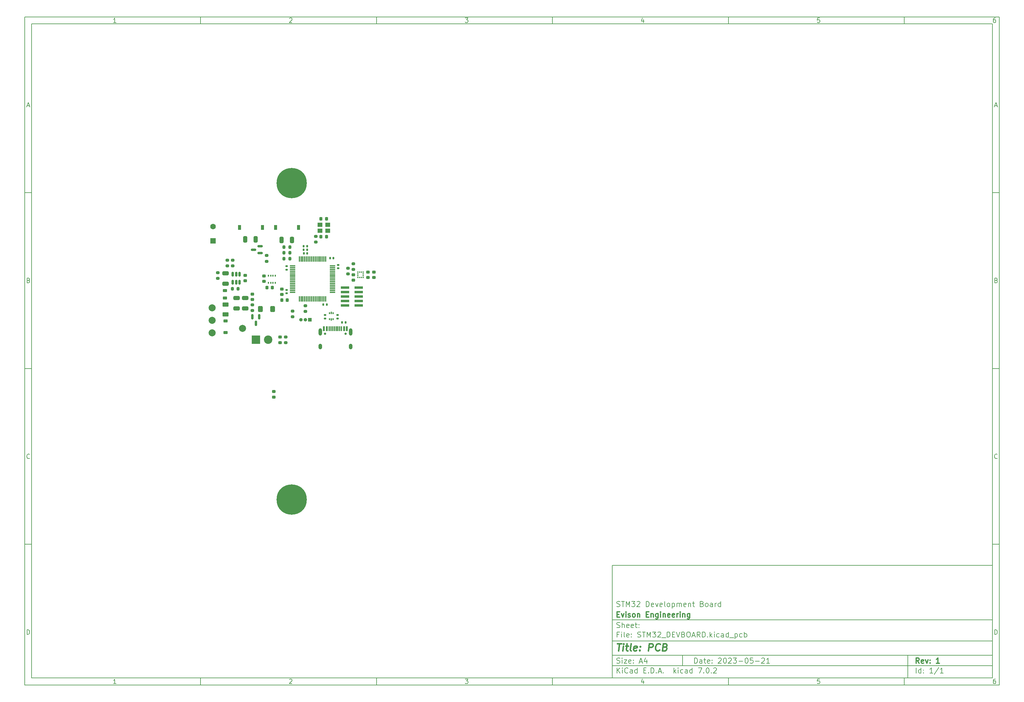
<source format=gbr>
%TF.GenerationSoftware,KiCad,Pcbnew,7.0.2*%
%TF.CreationDate,2023-05-27T14:00:09+09:30*%
%TF.ProjectId,STM32_DEVBOARD,53544d33-325f-4444-9556-424f4152442e,1*%
%TF.SameCoordinates,Original*%
%TF.FileFunction,Soldermask,Top*%
%TF.FilePolarity,Negative*%
%FSLAX46Y46*%
G04 Gerber Fmt 4.6, Leading zero omitted, Abs format (unit mm)*
G04 Created by KiCad (PCBNEW 7.0.2) date 2023-05-27 14:00:09*
%MOMM*%
%LPD*%
G01*
G04 APERTURE LIST*
G04 Aperture macros list*
%AMRoundRect*
0 Rectangle with rounded corners*
0 $1 Rounding radius*
0 $2 $3 $4 $5 $6 $7 $8 $9 X,Y pos of 4 corners*
0 Add a 4 corners polygon primitive as box body*
4,1,4,$2,$3,$4,$5,$6,$7,$8,$9,$2,$3,0*
0 Add four circle primitives for the rounded corners*
1,1,$1+$1,$2,$3*
1,1,$1+$1,$4,$5*
1,1,$1+$1,$6,$7*
1,1,$1+$1,$8,$9*
0 Add four rect primitives between the rounded corners*
20,1,$1+$1,$2,$3,$4,$5,0*
20,1,$1+$1,$4,$5,$6,$7,0*
20,1,$1+$1,$6,$7,$8,$9,0*
20,1,$1+$1,$8,$9,$2,$3,0*%
G04 Aperture macros list end*
%ADD10C,0.100000*%
%ADD11C,0.150000*%
%ADD12C,0.300000*%
%ADD13C,0.400000*%
%ADD14RoundRect,0.200000X-0.275000X0.200000X-0.275000X-0.200000X0.275000X-0.200000X0.275000X0.200000X0*%
%ADD15RoundRect,0.150000X0.587500X0.150000X-0.587500X0.150000X-0.587500X-0.150000X0.587500X-0.150000X0*%
%ADD16R,1.600000X1.600000*%
%ADD17C,1.600000*%
%ADD18C,0.650000*%
%ADD19R,0.600000X1.450000*%
%ADD20R,0.300000X1.450000*%
%ADD21O,1.000000X1.600000*%
%ADD22O,1.000000X2.100000*%
%ADD23RoundRect,0.218750X-0.256250X0.218750X-0.256250X-0.218750X0.256250X-0.218750X0.256250X0.218750X0*%
%ADD24R,0.900000X1.400000*%
%ADD25RoundRect,0.200000X0.275000X-0.200000X0.275000X0.200000X-0.275000X0.200000X-0.275000X-0.200000X0*%
%ADD26R,0.375000X0.500000*%
%ADD27R,0.300000X0.650000*%
%ADD28RoundRect,0.218750X0.256250X-0.218750X0.256250X0.218750X-0.256250X0.218750X-0.256250X-0.218750X0*%
%ADD29RoundRect,0.200000X0.200000X0.275000X-0.200000X0.275000X-0.200000X-0.275000X0.200000X-0.275000X0*%
%ADD30RoundRect,0.140000X0.170000X-0.140000X0.170000X0.140000X-0.170000X0.140000X-0.170000X-0.140000X0*%
%ADD31RoundRect,0.250000X-0.400000X-0.600000X0.400000X-0.600000X0.400000X0.600000X-0.400000X0.600000X0*%
%ADD32RoundRect,0.250000X0.650000X-0.325000X0.650000X0.325000X-0.650000X0.325000X-0.650000X-0.325000X0*%
%ADD33R,1.000000X1.000000*%
%ADD34O,1.000000X1.000000*%
%ADD35RoundRect,0.075000X-0.075000X0.700000X-0.075000X-0.700000X0.075000X-0.700000X0.075000X0.700000X0*%
%ADD36RoundRect,0.075000X-0.700000X0.075000X-0.700000X-0.075000X0.700000X-0.075000X0.700000X0.075000X0*%
%ADD37RoundRect,0.140000X-0.140000X-0.170000X0.140000X-0.170000X0.140000X0.170000X-0.140000X0.170000X0*%
%ADD38RoundRect,0.225000X-0.375000X0.225000X-0.375000X-0.225000X0.375000X-0.225000X0.375000X0.225000X0*%
%ADD39R,0.350000X0.500000*%
%ADD40C,8.600000*%
%ADD41RoundRect,0.147500X0.147500X0.172500X-0.147500X0.172500X-0.147500X-0.172500X0.147500X-0.172500X0*%
%ADD42RoundRect,0.250000X0.325000X0.650000X-0.325000X0.650000X-0.325000X-0.650000X0.325000X-0.650000X0*%
%ADD43RoundRect,0.218750X0.381250X-0.218750X0.381250X0.218750X-0.381250X0.218750X-0.381250X-0.218750X0*%
%ADD44R,0.375000X0.350000*%
%ADD45R,0.350000X0.375000*%
%ADD46C,2.000000*%
%ADD47R,2.400000X0.740000*%
%ADD48RoundRect,0.225000X-0.250000X0.225000X-0.250000X-0.225000X0.250000X-0.225000X0.250000X0.225000X0*%
%ADD49RoundRect,0.150000X-0.150000X0.587500X-0.150000X-0.587500X0.150000X-0.587500X0.150000X0.587500X0*%
%ADD50RoundRect,0.250000X-0.625000X0.375000X-0.625000X-0.375000X0.625000X-0.375000X0.625000X0.375000X0*%
%ADD51RoundRect,0.135000X-0.135000X-0.185000X0.135000X-0.185000X0.135000X0.185000X-0.135000X0.185000X0*%
%ADD52R,1.400000X1.200000*%
%ADD53R,2.400000X2.400000*%
%ADD54C,2.400000*%
%ADD55RoundRect,0.225000X-0.225000X-0.250000X0.225000X-0.250000X0.225000X0.250000X-0.225000X0.250000X0*%
%ADD56RoundRect,0.150000X-0.150000X0.512500X-0.150000X-0.512500X0.150000X-0.512500X0.150000X0.512500X0*%
%ADD57RoundRect,0.225000X0.225000X0.250000X-0.225000X0.250000X-0.225000X-0.250000X0.225000X-0.250000X0*%
%ADD58RoundRect,0.140000X-0.170000X0.140000X-0.170000X-0.140000X0.170000X-0.140000X0.170000X0.140000X0*%
%ADD59RoundRect,0.140000X0.140000X0.170000X-0.140000X0.170000X-0.140000X-0.170000X0.140000X-0.170000X0*%
%ADD60RoundRect,0.200000X-0.200000X-0.275000X0.200000X-0.275000X0.200000X0.275000X-0.200000X0.275000X0*%
%ADD61RoundRect,0.135000X0.185000X-0.135000X0.185000X0.135000X-0.185000X0.135000X-0.185000X-0.135000X0*%
%ADD62RoundRect,0.225000X0.250000X-0.225000X0.250000X0.225000X-0.250000X0.225000X-0.250000X-0.225000X0*%
%ADD63RoundRect,0.135000X-0.185000X0.135000X-0.185000X-0.135000X0.185000X-0.135000X0.185000X0.135000X0*%
G04 APERTURE END LIST*
D10*
D11*
X177002200Y-166007200D02*
X285002200Y-166007200D01*
X285002200Y-198007200D01*
X177002200Y-198007200D01*
X177002200Y-166007200D01*
D10*
D11*
X10000000Y-10000000D02*
X287002200Y-10000000D01*
X287002200Y-200007200D01*
X10000000Y-200007200D01*
X10000000Y-10000000D01*
D10*
D11*
X12000000Y-12000000D02*
X285002200Y-12000000D01*
X285002200Y-198007200D01*
X12000000Y-198007200D01*
X12000000Y-12000000D01*
D10*
D11*
X60000000Y-12000000D02*
X60000000Y-10000000D01*
D10*
D11*
X110000000Y-12000000D02*
X110000000Y-10000000D01*
D10*
D11*
X160000000Y-12000000D02*
X160000000Y-10000000D01*
D10*
D11*
X210000000Y-12000000D02*
X210000000Y-10000000D01*
D10*
D11*
X260000000Y-12000000D02*
X260000000Y-10000000D01*
D10*
D11*
X35990476Y-11601404D02*
X35247619Y-11601404D01*
X35619047Y-11601404D02*
X35619047Y-10301404D01*
X35619047Y-10301404D02*
X35495238Y-10487119D01*
X35495238Y-10487119D02*
X35371428Y-10610928D01*
X35371428Y-10610928D02*
X35247619Y-10672833D01*
D10*
D11*
X85247619Y-10425214D02*
X85309523Y-10363309D01*
X85309523Y-10363309D02*
X85433333Y-10301404D01*
X85433333Y-10301404D02*
X85742857Y-10301404D01*
X85742857Y-10301404D02*
X85866666Y-10363309D01*
X85866666Y-10363309D02*
X85928571Y-10425214D01*
X85928571Y-10425214D02*
X85990476Y-10549023D01*
X85990476Y-10549023D02*
X85990476Y-10672833D01*
X85990476Y-10672833D02*
X85928571Y-10858547D01*
X85928571Y-10858547D02*
X85185714Y-11601404D01*
X85185714Y-11601404D02*
X85990476Y-11601404D01*
D10*
D11*
X135185714Y-10301404D02*
X135990476Y-10301404D01*
X135990476Y-10301404D02*
X135557142Y-10796642D01*
X135557142Y-10796642D02*
X135742857Y-10796642D01*
X135742857Y-10796642D02*
X135866666Y-10858547D01*
X135866666Y-10858547D02*
X135928571Y-10920452D01*
X135928571Y-10920452D02*
X135990476Y-11044261D01*
X135990476Y-11044261D02*
X135990476Y-11353785D01*
X135990476Y-11353785D02*
X135928571Y-11477595D01*
X135928571Y-11477595D02*
X135866666Y-11539500D01*
X135866666Y-11539500D02*
X135742857Y-11601404D01*
X135742857Y-11601404D02*
X135371428Y-11601404D01*
X135371428Y-11601404D02*
X135247619Y-11539500D01*
X135247619Y-11539500D02*
X135185714Y-11477595D01*
D10*
D11*
X185866666Y-10734738D02*
X185866666Y-11601404D01*
X185557142Y-10239500D02*
X185247619Y-11168071D01*
X185247619Y-11168071D02*
X186052380Y-11168071D01*
D10*
D11*
X235928571Y-10301404D02*
X235309523Y-10301404D01*
X235309523Y-10301404D02*
X235247619Y-10920452D01*
X235247619Y-10920452D02*
X235309523Y-10858547D01*
X235309523Y-10858547D02*
X235433333Y-10796642D01*
X235433333Y-10796642D02*
X235742857Y-10796642D01*
X235742857Y-10796642D02*
X235866666Y-10858547D01*
X235866666Y-10858547D02*
X235928571Y-10920452D01*
X235928571Y-10920452D02*
X235990476Y-11044261D01*
X235990476Y-11044261D02*
X235990476Y-11353785D01*
X235990476Y-11353785D02*
X235928571Y-11477595D01*
X235928571Y-11477595D02*
X235866666Y-11539500D01*
X235866666Y-11539500D02*
X235742857Y-11601404D01*
X235742857Y-11601404D02*
X235433333Y-11601404D01*
X235433333Y-11601404D02*
X235309523Y-11539500D01*
X235309523Y-11539500D02*
X235247619Y-11477595D01*
D10*
D11*
X285866666Y-10301404D02*
X285619047Y-10301404D01*
X285619047Y-10301404D02*
X285495238Y-10363309D01*
X285495238Y-10363309D02*
X285433333Y-10425214D01*
X285433333Y-10425214D02*
X285309523Y-10610928D01*
X285309523Y-10610928D02*
X285247619Y-10858547D01*
X285247619Y-10858547D02*
X285247619Y-11353785D01*
X285247619Y-11353785D02*
X285309523Y-11477595D01*
X285309523Y-11477595D02*
X285371428Y-11539500D01*
X285371428Y-11539500D02*
X285495238Y-11601404D01*
X285495238Y-11601404D02*
X285742857Y-11601404D01*
X285742857Y-11601404D02*
X285866666Y-11539500D01*
X285866666Y-11539500D02*
X285928571Y-11477595D01*
X285928571Y-11477595D02*
X285990476Y-11353785D01*
X285990476Y-11353785D02*
X285990476Y-11044261D01*
X285990476Y-11044261D02*
X285928571Y-10920452D01*
X285928571Y-10920452D02*
X285866666Y-10858547D01*
X285866666Y-10858547D02*
X285742857Y-10796642D01*
X285742857Y-10796642D02*
X285495238Y-10796642D01*
X285495238Y-10796642D02*
X285371428Y-10858547D01*
X285371428Y-10858547D02*
X285309523Y-10920452D01*
X285309523Y-10920452D02*
X285247619Y-11044261D01*
D10*
D11*
X60000000Y-198007200D02*
X60000000Y-200007200D01*
D10*
D11*
X110000000Y-198007200D02*
X110000000Y-200007200D01*
D10*
D11*
X160000000Y-198007200D02*
X160000000Y-200007200D01*
D10*
D11*
X210000000Y-198007200D02*
X210000000Y-200007200D01*
D10*
D11*
X260000000Y-198007200D02*
X260000000Y-200007200D01*
D10*
D11*
X35990476Y-199608604D02*
X35247619Y-199608604D01*
X35619047Y-199608604D02*
X35619047Y-198308604D01*
X35619047Y-198308604D02*
X35495238Y-198494319D01*
X35495238Y-198494319D02*
X35371428Y-198618128D01*
X35371428Y-198618128D02*
X35247619Y-198680033D01*
D10*
D11*
X85247619Y-198432414D02*
X85309523Y-198370509D01*
X85309523Y-198370509D02*
X85433333Y-198308604D01*
X85433333Y-198308604D02*
X85742857Y-198308604D01*
X85742857Y-198308604D02*
X85866666Y-198370509D01*
X85866666Y-198370509D02*
X85928571Y-198432414D01*
X85928571Y-198432414D02*
X85990476Y-198556223D01*
X85990476Y-198556223D02*
X85990476Y-198680033D01*
X85990476Y-198680033D02*
X85928571Y-198865747D01*
X85928571Y-198865747D02*
X85185714Y-199608604D01*
X85185714Y-199608604D02*
X85990476Y-199608604D01*
D10*
D11*
X135185714Y-198308604D02*
X135990476Y-198308604D01*
X135990476Y-198308604D02*
X135557142Y-198803842D01*
X135557142Y-198803842D02*
X135742857Y-198803842D01*
X135742857Y-198803842D02*
X135866666Y-198865747D01*
X135866666Y-198865747D02*
X135928571Y-198927652D01*
X135928571Y-198927652D02*
X135990476Y-199051461D01*
X135990476Y-199051461D02*
X135990476Y-199360985D01*
X135990476Y-199360985D02*
X135928571Y-199484795D01*
X135928571Y-199484795D02*
X135866666Y-199546700D01*
X135866666Y-199546700D02*
X135742857Y-199608604D01*
X135742857Y-199608604D02*
X135371428Y-199608604D01*
X135371428Y-199608604D02*
X135247619Y-199546700D01*
X135247619Y-199546700D02*
X135185714Y-199484795D01*
D10*
D11*
X185866666Y-198741938D02*
X185866666Y-199608604D01*
X185557142Y-198246700D02*
X185247619Y-199175271D01*
X185247619Y-199175271D02*
X186052380Y-199175271D01*
D10*
D11*
X235928571Y-198308604D02*
X235309523Y-198308604D01*
X235309523Y-198308604D02*
X235247619Y-198927652D01*
X235247619Y-198927652D02*
X235309523Y-198865747D01*
X235309523Y-198865747D02*
X235433333Y-198803842D01*
X235433333Y-198803842D02*
X235742857Y-198803842D01*
X235742857Y-198803842D02*
X235866666Y-198865747D01*
X235866666Y-198865747D02*
X235928571Y-198927652D01*
X235928571Y-198927652D02*
X235990476Y-199051461D01*
X235990476Y-199051461D02*
X235990476Y-199360985D01*
X235990476Y-199360985D02*
X235928571Y-199484795D01*
X235928571Y-199484795D02*
X235866666Y-199546700D01*
X235866666Y-199546700D02*
X235742857Y-199608604D01*
X235742857Y-199608604D02*
X235433333Y-199608604D01*
X235433333Y-199608604D02*
X235309523Y-199546700D01*
X235309523Y-199546700D02*
X235247619Y-199484795D01*
D10*
D11*
X285866666Y-198308604D02*
X285619047Y-198308604D01*
X285619047Y-198308604D02*
X285495238Y-198370509D01*
X285495238Y-198370509D02*
X285433333Y-198432414D01*
X285433333Y-198432414D02*
X285309523Y-198618128D01*
X285309523Y-198618128D02*
X285247619Y-198865747D01*
X285247619Y-198865747D02*
X285247619Y-199360985D01*
X285247619Y-199360985D02*
X285309523Y-199484795D01*
X285309523Y-199484795D02*
X285371428Y-199546700D01*
X285371428Y-199546700D02*
X285495238Y-199608604D01*
X285495238Y-199608604D02*
X285742857Y-199608604D01*
X285742857Y-199608604D02*
X285866666Y-199546700D01*
X285866666Y-199546700D02*
X285928571Y-199484795D01*
X285928571Y-199484795D02*
X285990476Y-199360985D01*
X285990476Y-199360985D02*
X285990476Y-199051461D01*
X285990476Y-199051461D02*
X285928571Y-198927652D01*
X285928571Y-198927652D02*
X285866666Y-198865747D01*
X285866666Y-198865747D02*
X285742857Y-198803842D01*
X285742857Y-198803842D02*
X285495238Y-198803842D01*
X285495238Y-198803842D02*
X285371428Y-198865747D01*
X285371428Y-198865747D02*
X285309523Y-198927652D01*
X285309523Y-198927652D02*
X285247619Y-199051461D01*
D10*
D11*
X10000000Y-60000000D02*
X12000000Y-60000000D01*
D10*
D11*
X10000000Y-110000000D02*
X12000000Y-110000000D01*
D10*
D11*
X10000000Y-160000000D02*
X12000000Y-160000000D01*
D10*
D11*
X10690476Y-35229976D02*
X11309523Y-35229976D01*
X10566666Y-35601404D02*
X10999999Y-34301404D01*
X10999999Y-34301404D02*
X11433333Y-35601404D01*
D10*
D11*
X11092857Y-84920452D02*
X11278571Y-84982357D01*
X11278571Y-84982357D02*
X11340476Y-85044261D01*
X11340476Y-85044261D02*
X11402380Y-85168071D01*
X11402380Y-85168071D02*
X11402380Y-85353785D01*
X11402380Y-85353785D02*
X11340476Y-85477595D01*
X11340476Y-85477595D02*
X11278571Y-85539500D01*
X11278571Y-85539500D02*
X11154761Y-85601404D01*
X11154761Y-85601404D02*
X10659523Y-85601404D01*
X10659523Y-85601404D02*
X10659523Y-84301404D01*
X10659523Y-84301404D02*
X11092857Y-84301404D01*
X11092857Y-84301404D02*
X11216666Y-84363309D01*
X11216666Y-84363309D02*
X11278571Y-84425214D01*
X11278571Y-84425214D02*
X11340476Y-84549023D01*
X11340476Y-84549023D02*
X11340476Y-84672833D01*
X11340476Y-84672833D02*
X11278571Y-84796642D01*
X11278571Y-84796642D02*
X11216666Y-84858547D01*
X11216666Y-84858547D02*
X11092857Y-84920452D01*
X11092857Y-84920452D02*
X10659523Y-84920452D01*
D10*
D11*
X11402380Y-135477595D02*
X11340476Y-135539500D01*
X11340476Y-135539500D02*
X11154761Y-135601404D01*
X11154761Y-135601404D02*
X11030952Y-135601404D01*
X11030952Y-135601404D02*
X10845238Y-135539500D01*
X10845238Y-135539500D02*
X10721428Y-135415690D01*
X10721428Y-135415690D02*
X10659523Y-135291880D01*
X10659523Y-135291880D02*
X10597619Y-135044261D01*
X10597619Y-135044261D02*
X10597619Y-134858547D01*
X10597619Y-134858547D02*
X10659523Y-134610928D01*
X10659523Y-134610928D02*
X10721428Y-134487119D01*
X10721428Y-134487119D02*
X10845238Y-134363309D01*
X10845238Y-134363309D02*
X11030952Y-134301404D01*
X11030952Y-134301404D02*
X11154761Y-134301404D01*
X11154761Y-134301404D02*
X11340476Y-134363309D01*
X11340476Y-134363309D02*
X11402380Y-134425214D01*
D10*
D11*
X10659523Y-185601404D02*
X10659523Y-184301404D01*
X10659523Y-184301404D02*
X10969047Y-184301404D01*
X10969047Y-184301404D02*
X11154761Y-184363309D01*
X11154761Y-184363309D02*
X11278571Y-184487119D01*
X11278571Y-184487119D02*
X11340476Y-184610928D01*
X11340476Y-184610928D02*
X11402380Y-184858547D01*
X11402380Y-184858547D02*
X11402380Y-185044261D01*
X11402380Y-185044261D02*
X11340476Y-185291880D01*
X11340476Y-185291880D02*
X11278571Y-185415690D01*
X11278571Y-185415690D02*
X11154761Y-185539500D01*
X11154761Y-185539500D02*
X10969047Y-185601404D01*
X10969047Y-185601404D02*
X10659523Y-185601404D01*
D10*
D11*
X287002200Y-60000000D02*
X285002200Y-60000000D01*
D10*
D11*
X287002200Y-110000000D02*
X285002200Y-110000000D01*
D10*
D11*
X287002200Y-160000000D02*
X285002200Y-160000000D01*
D10*
D11*
X285692676Y-35229976D02*
X286311723Y-35229976D01*
X285568866Y-35601404D02*
X286002199Y-34301404D01*
X286002199Y-34301404D02*
X286435533Y-35601404D01*
D10*
D11*
X286095057Y-84920452D02*
X286280771Y-84982357D01*
X286280771Y-84982357D02*
X286342676Y-85044261D01*
X286342676Y-85044261D02*
X286404580Y-85168071D01*
X286404580Y-85168071D02*
X286404580Y-85353785D01*
X286404580Y-85353785D02*
X286342676Y-85477595D01*
X286342676Y-85477595D02*
X286280771Y-85539500D01*
X286280771Y-85539500D02*
X286156961Y-85601404D01*
X286156961Y-85601404D02*
X285661723Y-85601404D01*
X285661723Y-85601404D02*
X285661723Y-84301404D01*
X285661723Y-84301404D02*
X286095057Y-84301404D01*
X286095057Y-84301404D02*
X286218866Y-84363309D01*
X286218866Y-84363309D02*
X286280771Y-84425214D01*
X286280771Y-84425214D02*
X286342676Y-84549023D01*
X286342676Y-84549023D02*
X286342676Y-84672833D01*
X286342676Y-84672833D02*
X286280771Y-84796642D01*
X286280771Y-84796642D02*
X286218866Y-84858547D01*
X286218866Y-84858547D02*
X286095057Y-84920452D01*
X286095057Y-84920452D02*
X285661723Y-84920452D01*
D10*
D11*
X286404580Y-135477595D02*
X286342676Y-135539500D01*
X286342676Y-135539500D02*
X286156961Y-135601404D01*
X286156961Y-135601404D02*
X286033152Y-135601404D01*
X286033152Y-135601404D02*
X285847438Y-135539500D01*
X285847438Y-135539500D02*
X285723628Y-135415690D01*
X285723628Y-135415690D02*
X285661723Y-135291880D01*
X285661723Y-135291880D02*
X285599819Y-135044261D01*
X285599819Y-135044261D02*
X285599819Y-134858547D01*
X285599819Y-134858547D02*
X285661723Y-134610928D01*
X285661723Y-134610928D02*
X285723628Y-134487119D01*
X285723628Y-134487119D02*
X285847438Y-134363309D01*
X285847438Y-134363309D02*
X286033152Y-134301404D01*
X286033152Y-134301404D02*
X286156961Y-134301404D01*
X286156961Y-134301404D02*
X286342676Y-134363309D01*
X286342676Y-134363309D02*
X286404580Y-134425214D01*
D10*
D11*
X285661723Y-185601404D02*
X285661723Y-184301404D01*
X285661723Y-184301404D02*
X285971247Y-184301404D01*
X285971247Y-184301404D02*
X286156961Y-184363309D01*
X286156961Y-184363309D02*
X286280771Y-184487119D01*
X286280771Y-184487119D02*
X286342676Y-184610928D01*
X286342676Y-184610928D02*
X286404580Y-184858547D01*
X286404580Y-184858547D02*
X286404580Y-185044261D01*
X286404580Y-185044261D02*
X286342676Y-185291880D01*
X286342676Y-185291880D02*
X286280771Y-185415690D01*
X286280771Y-185415690D02*
X286156961Y-185539500D01*
X286156961Y-185539500D02*
X285971247Y-185601404D01*
X285971247Y-185601404D02*
X285661723Y-185601404D01*
D10*
D11*
X200359342Y-193801128D02*
X200359342Y-192301128D01*
X200359342Y-192301128D02*
X200716485Y-192301128D01*
X200716485Y-192301128D02*
X200930771Y-192372557D01*
X200930771Y-192372557D02*
X201073628Y-192515414D01*
X201073628Y-192515414D02*
X201145057Y-192658271D01*
X201145057Y-192658271D02*
X201216485Y-192943985D01*
X201216485Y-192943985D02*
X201216485Y-193158271D01*
X201216485Y-193158271D02*
X201145057Y-193443985D01*
X201145057Y-193443985D02*
X201073628Y-193586842D01*
X201073628Y-193586842D02*
X200930771Y-193729700D01*
X200930771Y-193729700D02*
X200716485Y-193801128D01*
X200716485Y-193801128D02*
X200359342Y-193801128D01*
X202502200Y-193801128D02*
X202502200Y-193015414D01*
X202502200Y-193015414D02*
X202430771Y-192872557D01*
X202430771Y-192872557D02*
X202287914Y-192801128D01*
X202287914Y-192801128D02*
X202002200Y-192801128D01*
X202002200Y-192801128D02*
X201859342Y-192872557D01*
X202502200Y-193729700D02*
X202359342Y-193801128D01*
X202359342Y-193801128D02*
X202002200Y-193801128D01*
X202002200Y-193801128D02*
X201859342Y-193729700D01*
X201859342Y-193729700D02*
X201787914Y-193586842D01*
X201787914Y-193586842D02*
X201787914Y-193443985D01*
X201787914Y-193443985D02*
X201859342Y-193301128D01*
X201859342Y-193301128D02*
X202002200Y-193229700D01*
X202002200Y-193229700D02*
X202359342Y-193229700D01*
X202359342Y-193229700D02*
X202502200Y-193158271D01*
X203002200Y-192801128D02*
X203573628Y-192801128D01*
X203216485Y-192301128D02*
X203216485Y-193586842D01*
X203216485Y-193586842D02*
X203287914Y-193729700D01*
X203287914Y-193729700D02*
X203430771Y-193801128D01*
X203430771Y-193801128D02*
X203573628Y-193801128D01*
X204645057Y-193729700D02*
X204502200Y-193801128D01*
X204502200Y-193801128D02*
X204216486Y-193801128D01*
X204216486Y-193801128D02*
X204073628Y-193729700D01*
X204073628Y-193729700D02*
X204002200Y-193586842D01*
X204002200Y-193586842D02*
X204002200Y-193015414D01*
X204002200Y-193015414D02*
X204073628Y-192872557D01*
X204073628Y-192872557D02*
X204216486Y-192801128D01*
X204216486Y-192801128D02*
X204502200Y-192801128D01*
X204502200Y-192801128D02*
X204645057Y-192872557D01*
X204645057Y-192872557D02*
X204716486Y-193015414D01*
X204716486Y-193015414D02*
X204716486Y-193158271D01*
X204716486Y-193158271D02*
X204002200Y-193301128D01*
X205359342Y-193658271D02*
X205430771Y-193729700D01*
X205430771Y-193729700D02*
X205359342Y-193801128D01*
X205359342Y-193801128D02*
X205287914Y-193729700D01*
X205287914Y-193729700D02*
X205359342Y-193658271D01*
X205359342Y-193658271D02*
X205359342Y-193801128D01*
X205359342Y-192872557D02*
X205430771Y-192943985D01*
X205430771Y-192943985D02*
X205359342Y-193015414D01*
X205359342Y-193015414D02*
X205287914Y-192943985D01*
X205287914Y-192943985D02*
X205359342Y-192872557D01*
X205359342Y-192872557D02*
X205359342Y-193015414D01*
X207145057Y-192443985D02*
X207216485Y-192372557D01*
X207216485Y-192372557D02*
X207359343Y-192301128D01*
X207359343Y-192301128D02*
X207716485Y-192301128D01*
X207716485Y-192301128D02*
X207859343Y-192372557D01*
X207859343Y-192372557D02*
X207930771Y-192443985D01*
X207930771Y-192443985D02*
X208002200Y-192586842D01*
X208002200Y-192586842D02*
X208002200Y-192729700D01*
X208002200Y-192729700D02*
X207930771Y-192943985D01*
X207930771Y-192943985D02*
X207073628Y-193801128D01*
X207073628Y-193801128D02*
X208002200Y-193801128D01*
X208930771Y-192301128D02*
X209073628Y-192301128D01*
X209073628Y-192301128D02*
X209216485Y-192372557D01*
X209216485Y-192372557D02*
X209287914Y-192443985D01*
X209287914Y-192443985D02*
X209359342Y-192586842D01*
X209359342Y-192586842D02*
X209430771Y-192872557D01*
X209430771Y-192872557D02*
X209430771Y-193229700D01*
X209430771Y-193229700D02*
X209359342Y-193515414D01*
X209359342Y-193515414D02*
X209287914Y-193658271D01*
X209287914Y-193658271D02*
X209216485Y-193729700D01*
X209216485Y-193729700D02*
X209073628Y-193801128D01*
X209073628Y-193801128D02*
X208930771Y-193801128D01*
X208930771Y-193801128D02*
X208787914Y-193729700D01*
X208787914Y-193729700D02*
X208716485Y-193658271D01*
X208716485Y-193658271D02*
X208645056Y-193515414D01*
X208645056Y-193515414D02*
X208573628Y-193229700D01*
X208573628Y-193229700D02*
X208573628Y-192872557D01*
X208573628Y-192872557D02*
X208645056Y-192586842D01*
X208645056Y-192586842D02*
X208716485Y-192443985D01*
X208716485Y-192443985D02*
X208787914Y-192372557D01*
X208787914Y-192372557D02*
X208930771Y-192301128D01*
X210002199Y-192443985D02*
X210073627Y-192372557D01*
X210073627Y-192372557D02*
X210216485Y-192301128D01*
X210216485Y-192301128D02*
X210573627Y-192301128D01*
X210573627Y-192301128D02*
X210716485Y-192372557D01*
X210716485Y-192372557D02*
X210787913Y-192443985D01*
X210787913Y-192443985D02*
X210859342Y-192586842D01*
X210859342Y-192586842D02*
X210859342Y-192729700D01*
X210859342Y-192729700D02*
X210787913Y-192943985D01*
X210787913Y-192943985D02*
X209930770Y-193801128D01*
X209930770Y-193801128D02*
X210859342Y-193801128D01*
X211359341Y-192301128D02*
X212287913Y-192301128D01*
X212287913Y-192301128D02*
X211787913Y-192872557D01*
X211787913Y-192872557D02*
X212002198Y-192872557D01*
X212002198Y-192872557D02*
X212145056Y-192943985D01*
X212145056Y-192943985D02*
X212216484Y-193015414D01*
X212216484Y-193015414D02*
X212287913Y-193158271D01*
X212287913Y-193158271D02*
X212287913Y-193515414D01*
X212287913Y-193515414D02*
X212216484Y-193658271D01*
X212216484Y-193658271D02*
X212145056Y-193729700D01*
X212145056Y-193729700D02*
X212002198Y-193801128D01*
X212002198Y-193801128D02*
X211573627Y-193801128D01*
X211573627Y-193801128D02*
X211430770Y-193729700D01*
X211430770Y-193729700D02*
X211359341Y-193658271D01*
X212930769Y-193229700D02*
X214073627Y-193229700D01*
X215073627Y-192301128D02*
X215216484Y-192301128D01*
X215216484Y-192301128D02*
X215359341Y-192372557D01*
X215359341Y-192372557D02*
X215430770Y-192443985D01*
X215430770Y-192443985D02*
X215502198Y-192586842D01*
X215502198Y-192586842D02*
X215573627Y-192872557D01*
X215573627Y-192872557D02*
X215573627Y-193229700D01*
X215573627Y-193229700D02*
X215502198Y-193515414D01*
X215502198Y-193515414D02*
X215430770Y-193658271D01*
X215430770Y-193658271D02*
X215359341Y-193729700D01*
X215359341Y-193729700D02*
X215216484Y-193801128D01*
X215216484Y-193801128D02*
X215073627Y-193801128D01*
X215073627Y-193801128D02*
X214930770Y-193729700D01*
X214930770Y-193729700D02*
X214859341Y-193658271D01*
X214859341Y-193658271D02*
X214787912Y-193515414D01*
X214787912Y-193515414D02*
X214716484Y-193229700D01*
X214716484Y-193229700D02*
X214716484Y-192872557D01*
X214716484Y-192872557D02*
X214787912Y-192586842D01*
X214787912Y-192586842D02*
X214859341Y-192443985D01*
X214859341Y-192443985D02*
X214930770Y-192372557D01*
X214930770Y-192372557D02*
X215073627Y-192301128D01*
X216930769Y-192301128D02*
X216216483Y-192301128D01*
X216216483Y-192301128D02*
X216145055Y-193015414D01*
X216145055Y-193015414D02*
X216216483Y-192943985D01*
X216216483Y-192943985D02*
X216359341Y-192872557D01*
X216359341Y-192872557D02*
X216716483Y-192872557D01*
X216716483Y-192872557D02*
X216859341Y-192943985D01*
X216859341Y-192943985D02*
X216930769Y-193015414D01*
X216930769Y-193015414D02*
X217002198Y-193158271D01*
X217002198Y-193158271D02*
X217002198Y-193515414D01*
X217002198Y-193515414D02*
X216930769Y-193658271D01*
X216930769Y-193658271D02*
X216859341Y-193729700D01*
X216859341Y-193729700D02*
X216716483Y-193801128D01*
X216716483Y-193801128D02*
X216359341Y-193801128D01*
X216359341Y-193801128D02*
X216216483Y-193729700D01*
X216216483Y-193729700D02*
X216145055Y-193658271D01*
X217645054Y-193229700D02*
X218787912Y-193229700D01*
X219430769Y-192443985D02*
X219502197Y-192372557D01*
X219502197Y-192372557D02*
X219645055Y-192301128D01*
X219645055Y-192301128D02*
X220002197Y-192301128D01*
X220002197Y-192301128D02*
X220145055Y-192372557D01*
X220145055Y-192372557D02*
X220216483Y-192443985D01*
X220216483Y-192443985D02*
X220287912Y-192586842D01*
X220287912Y-192586842D02*
X220287912Y-192729700D01*
X220287912Y-192729700D02*
X220216483Y-192943985D01*
X220216483Y-192943985D02*
X219359340Y-193801128D01*
X219359340Y-193801128D02*
X220287912Y-193801128D01*
X221716483Y-193801128D02*
X220859340Y-193801128D01*
X221287911Y-193801128D02*
X221287911Y-192301128D01*
X221287911Y-192301128D02*
X221145054Y-192515414D01*
X221145054Y-192515414D02*
X221002197Y-192658271D01*
X221002197Y-192658271D02*
X220859340Y-192729700D01*
D10*
D11*
X177002200Y-194507200D02*
X285002200Y-194507200D01*
D10*
D11*
X178359342Y-196601128D02*
X178359342Y-195101128D01*
X179216485Y-196601128D02*
X178573628Y-195743985D01*
X179216485Y-195101128D02*
X178359342Y-195958271D01*
X179859342Y-196601128D02*
X179859342Y-195601128D01*
X179859342Y-195101128D02*
X179787914Y-195172557D01*
X179787914Y-195172557D02*
X179859342Y-195243985D01*
X179859342Y-195243985D02*
X179930771Y-195172557D01*
X179930771Y-195172557D02*
X179859342Y-195101128D01*
X179859342Y-195101128D02*
X179859342Y-195243985D01*
X181430771Y-196458271D02*
X181359343Y-196529700D01*
X181359343Y-196529700D02*
X181145057Y-196601128D01*
X181145057Y-196601128D02*
X181002200Y-196601128D01*
X181002200Y-196601128D02*
X180787914Y-196529700D01*
X180787914Y-196529700D02*
X180645057Y-196386842D01*
X180645057Y-196386842D02*
X180573628Y-196243985D01*
X180573628Y-196243985D02*
X180502200Y-195958271D01*
X180502200Y-195958271D02*
X180502200Y-195743985D01*
X180502200Y-195743985D02*
X180573628Y-195458271D01*
X180573628Y-195458271D02*
X180645057Y-195315414D01*
X180645057Y-195315414D02*
X180787914Y-195172557D01*
X180787914Y-195172557D02*
X181002200Y-195101128D01*
X181002200Y-195101128D02*
X181145057Y-195101128D01*
X181145057Y-195101128D02*
X181359343Y-195172557D01*
X181359343Y-195172557D02*
X181430771Y-195243985D01*
X182716486Y-196601128D02*
X182716486Y-195815414D01*
X182716486Y-195815414D02*
X182645057Y-195672557D01*
X182645057Y-195672557D02*
X182502200Y-195601128D01*
X182502200Y-195601128D02*
X182216486Y-195601128D01*
X182216486Y-195601128D02*
X182073628Y-195672557D01*
X182716486Y-196529700D02*
X182573628Y-196601128D01*
X182573628Y-196601128D02*
X182216486Y-196601128D01*
X182216486Y-196601128D02*
X182073628Y-196529700D01*
X182073628Y-196529700D02*
X182002200Y-196386842D01*
X182002200Y-196386842D02*
X182002200Y-196243985D01*
X182002200Y-196243985D02*
X182073628Y-196101128D01*
X182073628Y-196101128D02*
X182216486Y-196029700D01*
X182216486Y-196029700D02*
X182573628Y-196029700D01*
X182573628Y-196029700D02*
X182716486Y-195958271D01*
X184073629Y-196601128D02*
X184073629Y-195101128D01*
X184073629Y-196529700D02*
X183930771Y-196601128D01*
X183930771Y-196601128D02*
X183645057Y-196601128D01*
X183645057Y-196601128D02*
X183502200Y-196529700D01*
X183502200Y-196529700D02*
X183430771Y-196458271D01*
X183430771Y-196458271D02*
X183359343Y-196315414D01*
X183359343Y-196315414D02*
X183359343Y-195886842D01*
X183359343Y-195886842D02*
X183430771Y-195743985D01*
X183430771Y-195743985D02*
X183502200Y-195672557D01*
X183502200Y-195672557D02*
X183645057Y-195601128D01*
X183645057Y-195601128D02*
X183930771Y-195601128D01*
X183930771Y-195601128D02*
X184073629Y-195672557D01*
X185930771Y-195815414D02*
X186430771Y-195815414D01*
X186645057Y-196601128D02*
X185930771Y-196601128D01*
X185930771Y-196601128D02*
X185930771Y-195101128D01*
X185930771Y-195101128D02*
X186645057Y-195101128D01*
X187287914Y-196458271D02*
X187359343Y-196529700D01*
X187359343Y-196529700D02*
X187287914Y-196601128D01*
X187287914Y-196601128D02*
X187216486Y-196529700D01*
X187216486Y-196529700D02*
X187287914Y-196458271D01*
X187287914Y-196458271D02*
X187287914Y-196601128D01*
X188002200Y-196601128D02*
X188002200Y-195101128D01*
X188002200Y-195101128D02*
X188359343Y-195101128D01*
X188359343Y-195101128D02*
X188573629Y-195172557D01*
X188573629Y-195172557D02*
X188716486Y-195315414D01*
X188716486Y-195315414D02*
X188787915Y-195458271D01*
X188787915Y-195458271D02*
X188859343Y-195743985D01*
X188859343Y-195743985D02*
X188859343Y-195958271D01*
X188859343Y-195958271D02*
X188787915Y-196243985D01*
X188787915Y-196243985D02*
X188716486Y-196386842D01*
X188716486Y-196386842D02*
X188573629Y-196529700D01*
X188573629Y-196529700D02*
X188359343Y-196601128D01*
X188359343Y-196601128D02*
X188002200Y-196601128D01*
X189502200Y-196458271D02*
X189573629Y-196529700D01*
X189573629Y-196529700D02*
X189502200Y-196601128D01*
X189502200Y-196601128D02*
X189430772Y-196529700D01*
X189430772Y-196529700D02*
X189502200Y-196458271D01*
X189502200Y-196458271D02*
X189502200Y-196601128D01*
X190145058Y-196172557D02*
X190859344Y-196172557D01*
X190002201Y-196601128D02*
X190502201Y-195101128D01*
X190502201Y-195101128D02*
X191002201Y-196601128D01*
X191502200Y-196458271D02*
X191573629Y-196529700D01*
X191573629Y-196529700D02*
X191502200Y-196601128D01*
X191502200Y-196601128D02*
X191430772Y-196529700D01*
X191430772Y-196529700D02*
X191502200Y-196458271D01*
X191502200Y-196458271D02*
X191502200Y-196601128D01*
X194502200Y-196601128D02*
X194502200Y-195101128D01*
X194645058Y-196029700D02*
X195073629Y-196601128D01*
X195073629Y-195601128D02*
X194502200Y-196172557D01*
X195716486Y-196601128D02*
X195716486Y-195601128D01*
X195716486Y-195101128D02*
X195645058Y-195172557D01*
X195645058Y-195172557D02*
X195716486Y-195243985D01*
X195716486Y-195243985D02*
X195787915Y-195172557D01*
X195787915Y-195172557D02*
X195716486Y-195101128D01*
X195716486Y-195101128D02*
X195716486Y-195243985D01*
X197073630Y-196529700D02*
X196930772Y-196601128D01*
X196930772Y-196601128D02*
X196645058Y-196601128D01*
X196645058Y-196601128D02*
X196502201Y-196529700D01*
X196502201Y-196529700D02*
X196430772Y-196458271D01*
X196430772Y-196458271D02*
X196359344Y-196315414D01*
X196359344Y-196315414D02*
X196359344Y-195886842D01*
X196359344Y-195886842D02*
X196430772Y-195743985D01*
X196430772Y-195743985D02*
X196502201Y-195672557D01*
X196502201Y-195672557D02*
X196645058Y-195601128D01*
X196645058Y-195601128D02*
X196930772Y-195601128D01*
X196930772Y-195601128D02*
X197073630Y-195672557D01*
X198359344Y-196601128D02*
X198359344Y-195815414D01*
X198359344Y-195815414D02*
X198287915Y-195672557D01*
X198287915Y-195672557D02*
X198145058Y-195601128D01*
X198145058Y-195601128D02*
X197859344Y-195601128D01*
X197859344Y-195601128D02*
X197716486Y-195672557D01*
X198359344Y-196529700D02*
X198216486Y-196601128D01*
X198216486Y-196601128D02*
X197859344Y-196601128D01*
X197859344Y-196601128D02*
X197716486Y-196529700D01*
X197716486Y-196529700D02*
X197645058Y-196386842D01*
X197645058Y-196386842D02*
X197645058Y-196243985D01*
X197645058Y-196243985D02*
X197716486Y-196101128D01*
X197716486Y-196101128D02*
X197859344Y-196029700D01*
X197859344Y-196029700D02*
X198216486Y-196029700D01*
X198216486Y-196029700D02*
X198359344Y-195958271D01*
X199716487Y-196601128D02*
X199716487Y-195101128D01*
X199716487Y-196529700D02*
X199573629Y-196601128D01*
X199573629Y-196601128D02*
X199287915Y-196601128D01*
X199287915Y-196601128D02*
X199145058Y-196529700D01*
X199145058Y-196529700D02*
X199073629Y-196458271D01*
X199073629Y-196458271D02*
X199002201Y-196315414D01*
X199002201Y-196315414D02*
X199002201Y-195886842D01*
X199002201Y-195886842D02*
X199073629Y-195743985D01*
X199073629Y-195743985D02*
X199145058Y-195672557D01*
X199145058Y-195672557D02*
X199287915Y-195601128D01*
X199287915Y-195601128D02*
X199573629Y-195601128D01*
X199573629Y-195601128D02*
X199716487Y-195672557D01*
X201430772Y-195101128D02*
X202430772Y-195101128D01*
X202430772Y-195101128D02*
X201787915Y-196601128D01*
X203002200Y-196458271D02*
X203073629Y-196529700D01*
X203073629Y-196529700D02*
X203002200Y-196601128D01*
X203002200Y-196601128D02*
X202930772Y-196529700D01*
X202930772Y-196529700D02*
X203002200Y-196458271D01*
X203002200Y-196458271D02*
X203002200Y-196601128D01*
X204002201Y-195101128D02*
X204145058Y-195101128D01*
X204145058Y-195101128D02*
X204287915Y-195172557D01*
X204287915Y-195172557D02*
X204359344Y-195243985D01*
X204359344Y-195243985D02*
X204430772Y-195386842D01*
X204430772Y-195386842D02*
X204502201Y-195672557D01*
X204502201Y-195672557D02*
X204502201Y-196029700D01*
X204502201Y-196029700D02*
X204430772Y-196315414D01*
X204430772Y-196315414D02*
X204359344Y-196458271D01*
X204359344Y-196458271D02*
X204287915Y-196529700D01*
X204287915Y-196529700D02*
X204145058Y-196601128D01*
X204145058Y-196601128D02*
X204002201Y-196601128D01*
X204002201Y-196601128D02*
X203859344Y-196529700D01*
X203859344Y-196529700D02*
X203787915Y-196458271D01*
X203787915Y-196458271D02*
X203716486Y-196315414D01*
X203716486Y-196315414D02*
X203645058Y-196029700D01*
X203645058Y-196029700D02*
X203645058Y-195672557D01*
X203645058Y-195672557D02*
X203716486Y-195386842D01*
X203716486Y-195386842D02*
X203787915Y-195243985D01*
X203787915Y-195243985D02*
X203859344Y-195172557D01*
X203859344Y-195172557D02*
X204002201Y-195101128D01*
X205145057Y-196458271D02*
X205216486Y-196529700D01*
X205216486Y-196529700D02*
X205145057Y-196601128D01*
X205145057Y-196601128D02*
X205073629Y-196529700D01*
X205073629Y-196529700D02*
X205145057Y-196458271D01*
X205145057Y-196458271D02*
X205145057Y-196601128D01*
X205787915Y-195243985D02*
X205859343Y-195172557D01*
X205859343Y-195172557D02*
X206002201Y-195101128D01*
X206002201Y-195101128D02*
X206359343Y-195101128D01*
X206359343Y-195101128D02*
X206502201Y-195172557D01*
X206502201Y-195172557D02*
X206573629Y-195243985D01*
X206573629Y-195243985D02*
X206645058Y-195386842D01*
X206645058Y-195386842D02*
X206645058Y-195529700D01*
X206645058Y-195529700D02*
X206573629Y-195743985D01*
X206573629Y-195743985D02*
X205716486Y-196601128D01*
X205716486Y-196601128D02*
X206645058Y-196601128D01*
D10*
D11*
X177002200Y-191507200D02*
X285002200Y-191507200D01*
D10*
D12*
X264216485Y-193801128D02*
X263716485Y-193086842D01*
X263359342Y-193801128D02*
X263359342Y-192301128D01*
X263359342Y-192301128D02*
X263930771Y-192301128D01*
X263930771Y-192301128D02*
X264073628Y-192372557D01*
X264073628Y-192372557D02*
X264145057Y-192443985D01*
X264145057Y-192443985D02*
X264216485Y-192586842D01*
X264216485Y-192586842D02*
X264216485Y-192801128D01*
X264216485Y-192801128D02*
X264145057Y-192943985D01*
X264145057Y-192943985D02*
X264073628Y-193015414D01*
X264073628Y-193015414D02*
X263930771Y-193086842D01*
X263930771Y-193086842D02*
X263359342Y-193086842D01*
X265430771Y-193729700D02*
X265287914Y-193801128D01*
X265287914Y-193801128D02*
X265002200Y-193801128D01*
X265002200Y-193801128D02*
X264859342Y-193729700D01*
X264859342Y-193729700D02*
X264787914Y-193586842D01*
X264787914Y-193586842D02*
X264787914Y-193015414D01*
X264787914Y-193015414D02*
X264859342Y-192872557D01*
X264859342Y-192872557D02*
X265002200Y-192801128D01*
X265002200Y-192801128D02*
X265287914Y-192801128D01*
X265287914Y-192801128D02*
X265430771Y-192872557D01*
X265430771Y-192872557D02*
X265502200Y-193015414D01*
X265502200Y-193015414D02*
X265502200Y-193158271D01*
X265502200Y-193158271D02*
X264787914Y-193301128D01*
X266002199Y-192801128D02*
X266359342Y-193801128D01*
X266359342Y-193801128D02*
X266716485Y-192801128D01*
X267287913Y-193658271D02*
X267359342Y-193729700D01*
X267359342Y-193729700D02*
X267287913Y-193801128D01*
X267287913Y-193801128D02*
X267216485Y-193729700D01*
X267216485Y-193729700D02*
X267287913Y-193658271D01*
X267287913Y-193658271D02*
X267287913Y-193801128D01*
X267287913Y-192872557D02*
X267359342Y-192943985D01*
X267359342Y-192943985D02*
X267287913Y-193015414D01*
X267287913Y-193015414D02*
X267216485Y-192943985D01*
X267216485Y-192943985D02*
X267287913Y-192872557D01*
X267287913Y-192872557D02*
X267287913Y-193015414D01*
X269930771Y-193801128D02*
X269073628Y-193801128D01*
X269502199Y-193801128D02*
X269502199Y-192301128D01*
X269502199Y-192301128D02*
X269359342Y-192515414D01*
X269359342Y-192515414D02*
X269216485Y-192658271D01*
X269216485Y-192658271D02*
X269073628Y-192729700D01*
D10*
D11*
X178287914Y-193729700D02*
X178502200Y-193801128D01*
X178502200Y-193801128D02*
X178859342Y-193801128D01*
X178859342Y-193801128D02*
X179002200Y-193729700D01*
X179002200Y-193729700D02*
X179073628Y-193658271D01*
X179073628Y-193658271D02*
X179145057Y-193515414D01*
X179145057Y-193515414D02*
X179145057Y-193372557D01*
X179145057Y-193372557D02*
X179073628Y-193229700D01*
X179073628Y-193229700D02*
X179002200Y-193158271D01*
X179002200Y-193158271D02*
X178859342Y-193086842D01*
X178859342Y-193086842D02*
X178573628Y-193015414D01*
X178573628Y-193015414D02*
X178430771Y-192943985D01*
X178430771Y-192943985D02*
X178359342Y-192872557D01*
X178359342Y-192872557D02*
X178287914Y-192729700D01*
X178287914Y-192729700D02*
X178287914Y-192586842D01*
X178287914Y-192586842D02*
X178359342Y-192443985D01*
X178359342Y-192443985D02*
X178430771Y-192372557D01*
X178430771Y-192372557D02*
X178573628Y-192301128D01*
X178573628Y-192301128D02*
X178930771Y-192301128D01*
X178930771Y-192301128D02*
X179145057Y-192372557D01*
X179787913Y-193801128D02*
X179787913Y-192801128D01*
X179787913Y-192301128D02*
X179716485Y-192372557D01*
X179716485Y-192372557D02*
X179787913Y-192443985D01*
X179787913Y-192443985D02*
X179859342Y-192372557D01*
X179859342Y-192372557D02*
X179787913Y-192301128D01*
X179787913Y-192301128D02*
X179787913Y-192443985D01*
X180359342Y-192801128D02*
X181145057Y-192801128D01*
X181145057Y-192801128D02*
X180359342Y-193801128D01*
X180359342Y-193801128D02*
X181145057Y-193801128D01*
X182287914Y-193729700D02*
X182145057Y-193801128D01*
X182145057Y-193801128D02*
X181859343Y-193801128D01*
X181859343Y-193801128D02*
X181716485Y-193729700D01*
X181716485Y-193729700D02*
X181645057Y-193586842D01*
X181645057Y-193586842D02*
X181645057Y-193015414D01*
X181645057Y-193015414D02*
X181716485Y-192872557D01*
X181716485Y-192872557D02*
X181859343Y-192801128D01*
X181859343Y-192801128D02*
X182145057Y-192801128D01*
X182145057Y-192801128D02*
X182287914Y-192872557D01*
X182287914Y-192872557D02*
X182359343Y-193015414D01*
X182359343Y-193015414D02*
X182359343Y-193158271D01*
X182359343Y-193158271D02*
X181645057Y-193301128D01*
X183002199Y-193658271D02*
X183073628Y-193729700D01*
X183073628Y-193729700D02*
X183002199Y-193801128D01*
X183002199Y-193801128D02*
X182930771Y-193729700D01*
X182930771Y-193729700D02*
X183002199Y-193658271D01*
X183002199Y-193658271D02*
X183002199Y-193801128D01*
X183002199Y-192872557D02*
X183073628Y-192943985D01*
X183073628Y-192943985D02*
X183002199Y-193015414D01*
X183002199Y-193015414D02*
X182930771Y-192943985D01*
X182930771Y-192943985D02*
X183002199Y-192872557D01*
X183002199Y-192872557D02*
X183002199Y-193015414D01*
X184787914Y-193372557D02*
X185502200Y-193372557D01*
X184645057Y-193801128D02*
X185145057Y-192301128D01*
X185145057Y-192301128D02*
X185645057Y-193801128D01*
X186787914Y-192801128D02*
X186787914Y-193801128D01*
X186430771Y-192229700D02*
X186073628Y-193301128D01*
X186073628Y-193301128D02*
X187002199Y-193301128D01*
D10*
D11*
X263359342Y-196601128D02*
X263359342Y-195101128D01*
X264716486Y-196601128D02*
X264716486Y-195101128D01*
X264716486Y-196529700D02*
X264573628Y-196601128D01*
X264573628Y-196601128D02*
X264287914Y-196601128D01*
X264287914Y-196601128D02*
X264145057Y-196529700D01*
X264145057Y-196529700D02*
X264073628Y-196458271D01*
X264073628Y-196458271D02*
X264002200Y-196315414D01*
X264002200Y-196315414D02*
X264002200Y-195886842D01*
X264002200Y-195886842D02*
X264073628Y-195743985D01*
X264073628Y-195743985D02*
X264145057Y-195672557D01*
X264145057Y-195672557D02*
X264287914Y-195601128D01*
X264287914Y-195601128D02*
X264573628Y-195601128D01*
X264573628Y-195601128D02*
X264716486Y-195672557D01*
X265430771Y-196458271D02*
X265502200Y-196529700D01*
X265502200Y-196529700D02*
X265430771Y-196601128D01*
X265430771Y-196601128D02*
X265359343Y-196529700D01*
X265359343Y-196529700D02*
X265430771Y-196458271D01*
X265430771Y-196458271D02*
X265430771Y-196601128D01*
X265430771Y-195672557D02*
X265502200Y-195743985D01*
X265502200Y-195743985D02*
X265430771Y-195815414D01*
X265430771Y-195815414D02*
X265359343Y-195743985D01*
X265359343Y-195743985D02*
X265430771Y-195672557D01*
X265430771Y-195672557D02*
X265430771Y-195815414D01*
X268073629Y-196601128D02*
X267216486Y-196601128D01*
X267645057Y-196601128D02*
X267645057Y-195101128D01*
X267645057Y-195101128D02*
X267502200Y-195315414D01*
X267502200Y-195315414D02*
X267359343Y-195458271D01*
X267359343Y-195458271D02*
X267216486Y-195529700D01*
X269787914Y-195029700D02*
X268502200Y-196958271D01*
X271073629Y-196601128D02*
X270216486Y-196601128D01*
X270645057Y-196601128D02*
X270645057Y-195101128D01*
X270645057Y-195101128D02*
X270502200Y-195315414D01*
X270502200Y-195315414D02*
X270359343Y-195458271D01*
X270359343Y-195458271D02*
X270216486Y-195529700D01*
D10*
D11*
X177002200Y-187507200D02*
X285002200Y-187507200D01*
D10*
D13*
X178430771Y-188232438D02*
X179573628Y-188232438D01*
X178752200Y-190232438D02*
X179002200Y-188232438D01*
X179978390Y-190232438D02*
X180145057Y-188899104D01*
X180228390Y-188232438D02*
X180121247Y-188327676D01*
X180121247Y-188327676D02*
X180204581Y-188422914D01*
X180204581Y-188422914D02*
X180311724Y-188327676D01*
X180311724Y-188327676D02*
X180228390Y-188232438D01*
X180228390Y-188232438D02*
X180204581Y-188422914D01*
X180799819Y-188899104D02*
X181561723Y-188899104D01*
X181168866Y-188232438D02*
X180954581Y-189946723D01*
X180954581Y-189946723D02*
X181026009Y-190137200D01*
X181026009Y-190137200D02*
X181204581Y-190232438D01*
X181204581Y-190232438D02*
X181395057Y-190232438D01*
X182335533Y-190232438D02*
X182156961Y-190137200D01*
X182156961Y-190137200D02*
X182085533Y-189946723D01*
X182085533Y-189946723D02*
X182299818Y-188232438D01*
X183859342Y-190137200D02*
X183656961Y-190232438D01*
X183656961Y-190232438D02*
X183276008Y-190232438D01*
X183276008Y-190232438D02*
X183097437Y-190137200D01*
X183097437Y-190137200D02*
X183026008Y-189946723D01*
X183026008Y-189946723D02*
X183121247Y-189184819D01*
X183121247Y-189184819D02*
X183240294Y-188994342D01*
X183240294Y-188994342D02*
X183442675Y-188899104D01*
X183442675Y-188899104D02*
X183823627Y-188899104D01*
X183823627Y-188899104D02*
X184002199Y-188994342D01*
X184002199Y-188994342D02*
X184073627Y-189184819D01*
X184073627Y-189184819D02*
X184049818Y-189375295D01*
X184049818Y-189375295D02*
X183073627Y-189565771D01*
X184811723Y-190041961D02*
X184895056Y-190137200D01*
X184895056Y-190137200D02*
X184787913Y-190232438D01*
X184787913Y-190232438D02*
X184704580Y-190137200D01*
X184704580Y-190137200D02*
X184811723Y-190041961D01*
X184811723Y-190041961D02*
X184787913Y-190232438D01*
X184942675Y-188994342D02*
X185026008Y-189089580D01*
X185026008Y-189089580D02*
X184918866Y-189184819D01*
X184918866Y-189184819D02*
X184835532Y-189089580D01*
X184835532Y-189089580D02*
X184942675Y-188994342D01*
X184942675Y-188994342D02*
X184918866Y-189184819D01*
X187252199Y-190232438D02*
X187502199Y-188232438D01*
X187502199Y-188232438D02*
X188264104Y-188232438D01*
X188264104Y-188232438D02*
X188442675Y-188327676D01*
X188442675Y-188327676D02*
X188526009Y-188422914D01*
X188526009Y-188422914D02*
X188597437Y-188613390D01*
X188597437Y-188613390D02*
X188561723Y-188899104D01*
X188561723Y-188899104D02*
X188442675Y-189089580D01*
X188442675Y-189089580D02*
X188335533Y-189184819D01*
X188335533Y-189184819D02*
X188133152Y-189280057D01*
X188133152Y-189280057D02*
X187371247Y-189280057D01*
X190406961Y-190041961D02*
X190299818Y-190137200D01*
X190299818Y-190137200D02*
X190002199Y-190232438D01*
X190002199Y-190232438D02*
X189811723Y-190232438D01*
X189811723Y-190232438D02*
X189537913Y-190137200D01*
X189537913Y-190137200D02*
X189371247Y-189946723D01*
X189371247Y-189946723D02*
X189299818Y-189756247D01*
X189299818Y-189756247D02*
X189252199Y-189375295D01*
X189252199Y-189375295D02*
X189287913Y-189089580D01*
X189287913Y-189089580D02*
X189430770Y-188708628D01*
X189430770Y-188708628D02*
X189549818Y-188518152D01*
X189549818Y-188518152D02*
X189764104Y-188327676D01*
X189764104Y-188327676D02*
X190061723Y-188232438D01*
X190061723Y-188232438D02*
X190252199Y-188232438D01*
X190252199Y-188232438D02*
X190526009Y-188327676D01*
X190526009Y-188327676D02*
X190609342Y-188422914D01*
X192026008Y-189184819D02*
X192299818Y-189280057D01*
X192299818Y-189280057D02*
X192383151Y-189375295D01*
X192383151Y-189375295D02*
X192454580Y-189565771D01*
X192454580Y-189565771D02*
X192418865Y-189851485D01*
X192418865Y-189851485D02*
X192299818Y-190041961D01*
X192299818Y-190041961D02*
X192192675Y-190137200D01*
X192192675Y-190137200D02*
X191990294Y-190232438D01*
X191990294Y-190232438D02*
X191228389Y-190232438D01*
X191228389Y-190232438D02*
X191478389Y-188232438D01*
X191478389Y-188232438D02*
X192145056Y-188232438D01*
X192145056Y-188232438D02*
X192323627Y-188327676D01*
X192323627Y-188327676D02*
X192406961Y-188422914D01*
X192406961Y-188422914D02*
X192478389Y-188613390D01*
X192478389Y-188613390D02*
X192454580Y-188803866D01*
X192454580Y-188803866D02*
X192335532Y-188994342D01*
X192335532Y-188994342D02*
X192228389Y-189089580D01*
X192228389Y-189089580D02*
X192026008Y-189184819D01*
X192026008Y-189184819D02*
X191359342Y-189184819D01*
D10*
D11*
X178859342Y-185615414D02*
X178359342Y-185615414D01*
X178359342Y-186401128D02*
X178359342Y-184901128D01*
X178359342Y-184901128D02*
X179073628Y-184901128D01*
X179645056Y-186401128D02*
X179645056Y-185401128D01*
X179645056Y-184901128D02*
X179573628Y-184972557D01*
X179573628Y-184972557D02*
X179645056Y-185043985D01*
X179645056Y-185043985D02*
X179716485Y-184972557D01*
X179716485Y-184972557D02*
X179645056Y-184901128D01*
X179645056Y-184901128D02*
X179645056Y-185043985D01*
X180573628Y-186401128D02*
X180430771Y-186329700D01*
X180430771Y-186329700D02*
X180359342Y-186186842D01*
X180359342Y-186186842D02*
X180359342Y-184901128D01*
X181716485Y-186329700D02*
X181573628Y-186401128D01*
X181573628Y-186401128D02*
X181287914Y-186401128D01*
X181287914Y-186401128D02*
X181145056Y-186329700D01*
X181145056Y-186329700D02*
X181073628Y-186186842D01*
X181073628Y-186186842D02*
X181073628Y-185615414D01*
X181073628Y-185615414D02*
X181145056Y-185472557D01*
X181145056Y-185472557D02*
X181287914Y-185401128D01*
X181287914Y-185401128D02*
X181573628Y-185401128D01*
X181573628Y-185401128D02*
X181716485Y-185472557D01*
X181716485Y-185472557D02*
X181787914Y-185615414D01*
X181787914Y-185615414D02*
X181787914Y-185758271D01*
X181787914Y-185758271D02*
X181073628Y-185901128D01*
X182430770Y-186258271D02*
X182502199Y-186329700D01*
X182502199Y-186329700D02*
X182430770Y-186401128D01*
X182430770Y-186401128D02*
X182359342Y-186329700D01*
X182359342Y-186329700D02*
X182430770Y-186258271D01*
X182430770Y-186258271D02*
X182430770Y-186401128D01*
X182430770Y-185472557D02*
X182502199Y-185543985D01*
X182502199Y-185543985D02*
X182430770Y-185615414D01*
X182430770Y-185615414D02*
X182359342Y-185543985D01*
X182359342Y-185543985D02*
X182430770Y-185472557D01*
X182430770Y-185472557D02*
X182430770Y-185615414D01*
X184216485Y-186329700D02*
X184430771Y-186401128D01*
X184430771Y-186401128D02*
X184787913Y-186401128D01*
X184787913Y-186401128D02*
X184930771Y-186329700D01*
X184930771Y-186329700D02*
X185002199Y-186258271D01*
X185002199Y-186258271D02*
X185073628Y-186115414D01*
X185073628Y-186115414D02*
X185073628Y-185972557D01*
X185073628Y-185972557D02*
X185002199Y-185829700D01*
X185002199Y-185829700D02*
X184930771Y-185758271D01*
X184930771Y-185758271D02*
X184787913Y-185686842D01*
X184787913Y-185686842D02*
X184502199Y-185615414D01*
X184502199Y-185615414D02*
X184359342Y-185543985D01*
X184359342Y-185543985D02*
X184287913Y-185472557D01*
X184287913Y-185472557D02*
X184216485Y-185329700D01*
X184216485Y-185329700D02*
X184216485Y-185186842D01*
X184216485Y-185186842D02*
X184287913Y-185043985D01*
X184287913Y-185043985D02*
X184359342Y-184972557D01*
X184359342Y-184972557D02*
X184502199Y-184901128D01*
X184502199Y-184901128D02*
X184859342Y-184901128D01*
X184859342Y-184901128D02*
X185073628Y-184972557D01*
X185502199Y-184901128D02*
X186359342Y-184901128D01*
X185930770Y-186401128D02*
X185930770Y-184901128D01*
X186859341Y-186401128D02*
X186859341Y-184901128D01*
X186859341Y-184901128D02*
X187359341Y-185972557D01*
X187359341Y-185972557D02*
X187859341Y-184901128D01*
X187859341Y-184901128D02*
X187859341Y-186401128D01*
X188430770Y-184901128D02*
X189359342Y-184901128D01*
X189359342Y-184901128D02*
X188859342Y-185472557D01*
X188859342Y-185472557D02*
X189073627Y-185472557D01*
X189073627Y-185472557D02*
X189216485Y-185543985D01*
X189216485Y-185543985D02*
X189287913Y-185615414D01*
X189287913Y-185615414D02*
X189359342Y-185758271D01*
X189359342Y-185758271D02*
X189359342Y-186115414D01*
X189359342Y-186115414D02*
X189287913Y-186258271D01*
X189287913Y-186258271D02*
X189216485Y-186329700D01*
X189216485Y-186329700D02*
X189073627Y-186401128D01*
X189073627Y-186401128D02*
X188645056Y-186401128D01*
X188645056Y-186401128D02*
X188502199Y-186329700D01*
X188502199Y-186329700D02*
X188430770Y-186258271D01*
X189930770Y-185043985D02*
X190002198Y-184972557D01*
X190002198Y-184972557D02*
X190145056Y-184901128D01*
X190145056Y-184901128D02*
X190502198Y-184901128D01*
X190502198Y-184901128D02*
X190645056Y-184972557D01*
X190645056Y-184972557D02*
X190716484Y-185043985D01*
X190716484Y-185043985D02*
X190787913Y-185186842D01*
X190787913Y-185186842D02*
X190787913Y-185329700D01*
X190787913Y-185329700D02*
X190716484Y-185543985D01*
X190716484Y-185543985D02*
X189859341Y-186401128D01*
X189859341Y-186401128D02*
X190787913Y-186401128D01*
X191073627Y-186543985D02*
X192216484Y-186543985D01*
X192573626Y-186401128D02*
X192573626Y-184901128D01*
X192573626Y-184901128D02*
X192930769Y-184901128D01*
X192930769Y-184901128D02*
X193145055Y-184972557D01*
X193145055Y-184972557D02*
X193287912Y-185115414D01*
X193287912Y-185115414D02*
X193359341Y-185258271D01*
X193359341Y-185258271D02*
X193430769Y-185543985D01*
X193430769Y-185543985D02*
X193430769Y-185758271D01*
X193430769Y-185758271D02*
X193359341Y-186043985D01*
X193359341Y-186043985D02*
X193287912Y-186186842D01*
X193287912Y-186186842D02*
X193145055Y-186329700D01*
X193145055Y-186329700D02*
X192930769Y-186401128D01*
X192930769Y-186401128D02*
X192573626Y-186401128D01*
X194073626Y-185615414D02*
X194573626Y-185615414D01*
X194787912Y-186401128D02*
X194073626Y-186401128D01*
X194073626Y-186401128D02*
X194073626Y-184901128D01*
X194073626Y-184901128D02*
X194787912Y-184901128D01*
X195216484Y-184901128D02*
X195716484Y-186401128D01*
X195716484Y-186401128D02*
X196216484Y-184901128D01*
X197216483Y-185615414D02*
X197430769Y-185686842D01*
X197430769Y-185686842D02*
X197502198Y-185758271D01*
X197502198Y-185758271D02*
X197573626Y-185901128D01*
X197573626Y-185901128D02*
X197573626Y-186115414D01*
X197573626Y-186115414D02*
X197502198Y-186258271D01*
X197502198Y-186258271D02*
X197430769Y-186329700D01*
X197430769Y-186329700D02*
X197287912Y-186401128D01*
X197287912Y-186401128D02*
X196716483Y-186401128D01*
X196716483Y-186401128D02*
X196716483Y-184901128D01*
X196716483Y-184901128D02*
X197216483Y-184901128D01*
X197216483Y-184901128D02*
X197359341Y-184972557D01*
X197359341Y-184972557D02*
X197430769Y-185043985D01*
X197430769Y-185043985D02*
X197502198Y-185186842D01*
X197502198Y-185186842D02*
X197502198Y-185329700D01*
X197502198Y-185329700D02*
X197430769Y-185472557D01*
X197430769Y-185472557D02*
X197359341Y-185543985D01*
X197359341Y-185543985D02*
X197216483Y-185615414D01*
X197216483Y-185615414D02*
X196716483Y-185615414D01*
X198502198Y-184901128D02*
X198787912Y-184901128D01*
X198787912Y-184901128D02*
X198930769Y-184972557D01*
X198930769Y-184972557D02*
X199073626Y-185115414D01*
X199073626Y-185115414D02*
X199145055Y-185401128D01*
X199145055Y-185401128D02*
X199145055Y-185901128D01*
X199145055Y-185901128D02*
X199073626Y-186186842D01*
X199073626Y-186186842D02*
X198930769Y-186329700D01*
X198930769Y-186329700D02*
X198787912Y-186401128D01*
X198787912Y-186401128D02*
X198502198Y-186401128D01*
X198502198Y-186401128D02*
X198359341Y-186329700D01*
X198359341Y-186329700D02*
X198216483Y-186186842D01*
X198216483Y-186186842D02*
X198145055Y-185901128D01*
X198145055Y-185901128D02*
X198145055Y-185401128D01*
X198145055Y-185401128D02*
X198216483Y-185115414D01*
X198216483Y-185115414D02*
X198359341Y-184972557D01*
X198359341Y-184972557D02*
X198502198Y-184901128D01*
X199716484Y-185972557D02*
X200430770Y-185972557D01*
X199573627Y-186401128D02*
X200073627Y-184901128D01*
X200073627Y-184901128D02*
X200573627Y-186401128D01*
X201930769Y-186401128D02*
X201430769Y-185686842D01*
X201073626Y-186401128D02*
X201073626Y-184901128D01*
X201073626Y-184901128D02*
X201645055Y-184901128D01*
X201645055Y-184901128D02*
X201787912Y-184972557D01*
X201787912Y-184972557D02*
X201859341Y-185043985D01*
X201859341Y-185043985D02*
X201930769Y-185186842D01*
X201930769Y-185186842D02*
X201930769Y-185401128D01*
X201930769Y-185401128D02*
X201859341Y-185543985D01*
X201859341Y-185543985D02*
X201787912Y-185615414D01*
X201787912Y-185615414D02*
X201645055Y-185686842D01*
X201645055Y-185686842D02*
X201073626Y-185686842D01*
X202573626Y-186401128D02*
X202573626Y-184901128D01*
X202573626Y-184901128D02*
X202930769Y-184901128D01*
X202930769Y-184901128D02*
X203145055Y-184972557D01*
X203145055Y-184972557D02*
X203287912Y-185115414D01*
X203287912Y-185115414D02*
X203359341Y-185258271D01*
X203359341Y-185258271D02*
X203430769Y-185543985D01*
X203430769Y-185543985D02*
X203430769Y-185758271D01*
X203430769Y-185758271D02*
X203359341Y-186043985D01*
X203359341Y-186043985D02*
X203287912Y-186186842D01*
X203287912Y-186186842D02*
X203145055Y-186329700D01*
X203145055Y-186329700D02*
X202930769Y-186401128D01*
X202930769Y-186401128D02*
X202573626Y-186401128D01*
X204073626Y-186258271D02*
X204145055Y-186329700D01*
X204145055Y-186329700D02*
X204073626Y-186401128D01*
X204073626Y-186401128D02*
X204002198Y-186329700D01*
X204002198Y-186329700D02*
X204073626Y-186258271D01*
X204073626Y-186258271D02*
X204073626Y-186401128D01*
X204787912Y-186401128D02*
X204787912Y-184901128D01*
X204930770Y-185829700D02*
X205359341Y-186401128D01*
X205359341Y-185401128D02*
X204787912Y-185972557D01*
X206002198Y-186401128D02*
X206002198Y-185401128D01*
X206002198Y-184901128D02*
X205930770Y-184972557D01*
X205930770Y-184972557D02*
X206002198Y-185043985D01*
X206002198Y-185043985D02*
X206073627Y-184972557D01*
X206073627Y-184972557D02*
X206002198Y-184901128D01*
X206002198Y-184901128D02*
X206002198Y-185043985D01*
X207359342Y-186329700D02*
X207216484Y-186401128D01*
X207216484Y-186401128D02*
X206930770Y-186401128D01*
X206930770Y-186401128D02*
X206787913Y-186329700D01*
X206787913Y-186329700D02*
X206716484Y-186258271D01*
X206716484Y-186258271D02*
X206645056Y-186115414D01*
X206645056Y-186115414D02*
X206645056Y-185686842D01*
X206645056Y-185686842D02*
X206716484Y-185543985D01*
X206716484Y-185543985D02*
X206787913Y-185472557D01*
X206787913Y-185472557D02*
X206930770Y-185401128D01*
X206930770Y-185401128D02*
X207216484Y-185401128D01*
X207216484Y-185401128D02*
X207359342Y-185472557D01*
X208645056Y-186401128D02*
X208645056Y-185615414D01*
X208645056Y-185615414D02*
X208573627Y-185472557D01*
X208573627Y-185472557D02*
X208430770Y-185401128D01*
X208430770Y-185401128D02*
X208145056Y-185401128D01*
X208145056Y-185401128D02*
X208002198Y-185472557D01*
X208645056Y-186329700D02*
X208502198Y-186401128D01*
X208502198Y-186401128D02*
X208145056Y-186401128D01*
X208145056Y-186401128D02*
X208002198Y-186329700D01*
X208002198Y-186329700D02*
X207930770Y-186186842D01*
X207930770Y-186186842D02*
X207930770Y-186043985D01*
X207930770Y-186043985D02*
X208002198Y-185901128D01*
X208002198Y-185901128D02*
X208145056Y-185829700D01*
X208145056Y-185829700D02*
X208502198Y-185829700D01*
X208502198Y-185829700D02*
X208645056Y-185758271D01*
X210002199Y-186401128D02*
X210002199Y-184901128D01*
X210002199Y-186329700D02*
X209859341Y-186401128D01*
X209859341Y-186401128D02*
X209573627Y-186401128D01*
X209573627Y-186401128D02*
X209430770Y-186329700D01*
X209430770Y-186329700D02*
X209359341Y-186258271D01*
X209359341Y-186258271D02*
X209287913Y-186115414D01*
X209287913Y-186115414D02*
X209287913Y-185686842D01*
X209287913Y-185686842D02*
X209359341Y-185543985D01*
X209359341Y-185543985D02*
X209430770Y-185472557D01*
X209430770Y-185472557D02*
X209573627Y-185401128D01*
X209573627Y-185401128D02*
X209859341Y-185401128D01*
X209859341Y-185401128D02*
X210002199Y-185472557D01*
X210359342Y-186543985D02*
X211502199Y-186543985D01*
X211859341Y-185401128D02*
X211859341Y-186901128D01*
X211859341Y-185472557D02*
X212002199Y-185401128D01*
X212002199Y-185401128D02*
X212287913Y-185401128D01*
X212287913Y-185401128D02*
X212430770Y-185472557D01*
X212430770Y-185472557D02*
X212502199Y-185543985D01*
X212502199Y-185543985D02*
X212573627Y-185686842D01*
X212573627Y-185686842D02*
X212573627Y-186115414D01*
X212573627Y-186115414D02*
X212502199Y-186258271D01*
X212502199Y-186258271D02*
X212430770Y-186329700D01*
X212430770Y-186329700D02*
X212287913Y-186401128D01*
X212287913Y-186401128D02*
X212002199Y-186401128D01*
X212002199Y-186401128D02*
X211859341Y-186329700D01*
X213859342Y-186329700D02*
X213716484Y-186401128D01*
X213716484Y-186401128D02*
X213430770Y-186401128D01*
X213430770Y-186401128D02*
X213287913Y-186329700D01*
X213287913Y-186329700D02*
X213216484Y-186258271D01*
X213216484Y-186258271D02*
X213145056Y-186115414D01*
X213145056Y-186115414D02*
X213145056Y-185686842D01*
X213145056Y-185686842D02*
X213216484Y-185543985D01*
X213216484Y-185543985D02*
X213287913Y-185472557D01*
X213287913Y-185472557D02*
X213430770Y-185401128D01*
X213430770Y-185401128D02*
X213716484Y-185401128D01*
X213716484Y-185401128D02*
X213859342Y-185472557D01*
X214502198Y-186401128D02*
X214502198Y-184901128D01*
X214502198Y-185472557D02*
X214645056Y-185401128D01*
X214645056Y-185401128D02*
X214930770Y-185401128D01*
X214930770Y-185401128D02*
X215073627Y-185472557D01*
X215073627Y-185472557D02*
X215145056Y-185543985D01*
X215145056Y-185543985D02*
X215216484Y-185686842D01*
X215216484Y-185686842D02*
X215216484Y-186115414D01*
X215216484Y-186115414D02*
X215145056Y-186258271D01*
X215145056Y-186258271D02*
X215073627Y-186329700D01*
X215073627Y-186329700D02*
X214930770Y-186401128D01*
X214930770Y-186401128D02*
X214645056Y-186401128D01*
X214645056Y-186401128D02*
X214502198Y-186329700D01*
D10*
D11*
X177002200Y-181507200D02*
X285002200Y-181507200D01*
D10*
D11*
X178287914Y-183629700D02*
X178502200Y-183701128D01*
X178502200Y-183701128D02*
X178859342Y-183701128D01*
X178859342Y-183701128D02*
X179002200Y-183629700D01*
X179002200Y-183629700D02*
X179073628Y-183558271D01*
X179073628Y-183558271D02*
X179145057Y-183415414D01*
X179145057Y-183415414D02*
X179145057Y-183272557D01*
X179145057Y-183272557D02*
X179073628Y-183129700D01*
X179073628Y-183129700D02*
X179002200Y-183058271D01*
X179002200Y-183058271D02*
X178859342Y-182986842D01*
X178859342Y-182986842D02*
X178573628Y-182915414D01*
X178573628Y-182915414D02*
X178430771Y-182843985D01*
X178430771Y-182843985D02*
X178359342Y-182772557D01*
X178359342Y-182772557D02*
X178287914Y-182629700D01*
X178287914Y-182629700D02*
X178287914Y-182486842D01*
X178287914Y-182486842D02*
X178359342Y-182343985D01*
X178359342Y-182343985D02*
X178430771Y-182272557D01*
X178430771Y-182272557D02*
X178573628Y-182201128D01*
X178573628Y-182201128D02*
X178930771Y-182201128D01*
X178930771Y-182201128D02*
X179145057Y-182272557D01*
X179787913Y-183701128D02*
X179787913Y-182201128D01*
X180430771Y-183701128D02*
X180430771Y-182915414D01*
X180430771Y-182915414D02*
X180359342Y-182772557D01*
X180359342Y-182772557D02*
X180216485Y-182701128D01*
X180216485Y-182701128D02*
X180002199Y-182701128D01*
X180002199Y-182701128D02*
X179859342Y-182772557D01*
X179859342Y-182772557D02*
X179787913Y-182843985D01*
X181716485Y-183629700D02*
X181573628Y-183701128D01*
X181573628Y-183701128D02*
X181287914Y-183701128D01*
X181287914Y-183701128D02*
X181145056Y-183629700D01*
X181145056Y-183629700D02*
X181073628Y-183486842D01*
X181073628Y-183486842D02*
X181073628Y-182915414D01*
X181073628Y-182915414D02*
X181145056Y-182772557D01*
X181145056Y-182772557D02*
X181287914Y-182701128D01*
X181287914Y-182701128D02*
X181573628Y-182701128D01*
X181573628Y-182701128D02*
X181716485Y-182772557D01*
X181716485Y-182772557D02*
X181787914Y-182915414D01*
X181787914Y-182915414D02*
X181787914Y-183058271D01*
X181787914Y-183058271D02*
X181073628Y-183201128D01*
X183002199Y-183629700D02*
X182859342Y-183701128D01*
X182859342Y-183701128D02*
X182573628Y-183701128D01*
X182573628Y-183701128D02*
X182430770Y-183629700D01*
X182430770Y-183629700D02*
X182359342Y-183486842D01*
X182359342Y-183486842D02*
X182359342Y-182915414D01*
X182359342Y-182915414D02*
X182430770Y-182772557D01*
X182430770Y-182772557D02*
X182573628Y-182701128D01*
X182573628Y-182701128D02*
X182859342Y-182701128D01*
X182859342Y-182701128D02*
X183002199Y-182772557D01*
X183002199Y-182772557D02*
X183073628Y-182915414D01*
X183073628Y-182915414D02*
X183073628Y-183058271D01*
X183073628Y-183058271D02*
X182359342Y-183201128D01*
X183502199Y-182701128D02*
X184073627Y-182701128D01*
X183716484Y-182201128D02*
X183716484Y-183486842D01*
X183716484Y-183486842D02*
X183787913Y-183629700D01*
X183787913Y-183629700D02*
X183930770Y-183701128D01*
X183930770Y-183701128D02*
X184073627Y-183701128D01*
X184573627Y-183558271D02*
X184645056Y-183629700D01*
X184645056Y-183629700D02*
X184573627Y-183701128D01*
X184573627Y-183701128D02*
X184502199Y-183629700D01*
X184502199Y-183629700D02*
X184573627Y-183558271D01*
X184573627Y-183558271D02*
X184573627Y-183701128D01*
X184573627Y-182772557D02*
X184645056Y-182843985D01*
X184645056Y-182843985D02*
X184573627Y-182915414D01*
X184573627Y-182915414D02*
X184502199Y-182843985D01*
X184502199Y-182843985D02*
X184573627Y-182772557D01*
X184573627Y-182772557D02*
X184573627Y-182915414D01*
D10*
D12*
X178359342Y-179915414D02*
X178859342Y-179915414D01*
X179073628Y-180701128D02*
X178359342Y-180701128D01*
X178359342Y-180701128D02*
X178359342Y-179201128D01*
X178359342Y-179201128D02*
X179073628Y-179201128D01*
X179573628Y-179701128D02*
X179930771Y-180701128D01*
X179930771Y-180701128D02*
X180287914Y-179701128D01*
X180859342Y-180701128D02*
X180859342Y-179701128D01*
X180859342Y-179201128D02*
X180787914Y-179272557D01*
X180787914Y-179272557D02*
X180859342Y-179343985D01*
X180859342Y-179343985D02*
X180930771Y-179272557D01*
X180930771Y-179272557D02*
X180859342Y-179201128D01*
X180859342Y-179201128D02*
X180859342Y-179343985D01*
X181502200Y-180629700D02*
X181645057Y-180701128D01*
X181645057Y-180701128D02*
X181930771Y-180701128D01*
X181930771Y-180701128D02*
X182073628Y-180629700D01*
X182073628Y-180629700D02*
X182145057Y-180486842D01*
X182145057Y-180486842D02*
X182145057Y-180415414D01*
X182145057Y-180415414D02*
X182073628Y-180272557D01*
X182073628Y-180272557D02*
X181930771Y-180201128D01*
X181930771Y-180201128D02*
X181716486Y-180201128D01*
X181716486Y-180201128D02*
X181573628Y-180129700D01*
X181573628Y-180129700D02*
X181502200Y-179986842D01*
X181502200Y-179986842D02*
X181502200Y-179915414D01*
X181502200Y-179915414D02*
X181573628Y-179772557D01*
X181573628Y-179772557D02*
X181716486Y-179701128D01*
X181716486Y-179701128D02*
X181930771Y-179701128D01*
X181930771Y-179701128D02*
X182073628Y-179772557D01*
X183002200Y-180701128D02*
X182859343Y-180629700D01*
X182859343Y-180629700D02*
X182787914Y-180558271D01*
X182787914Y-180558271D02*
X182716486Y-180415414D01*
X182716486Y-180415414D02*
X182716486Y-179986842D01*
X182716486Y-179986842D02*
X182787914Y-179843985D01*
X182787914Y-179843985D02*
X182859343Y-179772557D01*
X182859343Y-179772557D02*
X183002200Y-179701128D01*
X183002200Y-179701128D02*
X183216486Y-179701128D01*
X183216486Y-179701128D02*
X183359343Y-179772557D01*
X183359343Y-179772557D02*
X183430772Y-179843985D01*
X183430772Y-179843985D02*
X183502200Y-179986842D01*
X183502200Y-179986842D02*
X183502200Y-180415414D01*
X183502200Y-180415414D02*
X183430772Y-180558271D01*
X183430772Y-180558271D02*
X183359343Y-180629700D01*
X183359343Y-180629700D02*
X183216486Y-180701128D01*
X183216486Y-180701128D02*
X183002200Y-180701128D01*
X184145057Y-179701128D02*
X184145057Y-180701128D01*
X184145057Y-179843985D02*
X184216486Y-179772557D01*
X184216486Y-179772557D02*
X184359343Y-179701128D01*
X184359343Y-179701128D02*
X184573629Y-179701128D01*
X184573629Y-179701128D02*
X184716486Y-179772557D01*
X184716486Y-179772557D02*
X184787915Y-179915414D01*
X184787915Y-179915414D02*
X184787915Y-180701128D01*
X186645057Y-179915414D02*
X187145057Y-179915414D01*
X187359343Y-180701128D02*
X186645057Y-180701128D01*
X186645057Y-180701128D02*
X186645057Y-179201128D01*
X186645057Y-179201128D02*
X187359343Y-179201128D01*
X188002200Y-179701128D02*
X188002200Y-180701128D01*
X188002200Y-179843985D02*
X188073629Y-179772557D01*
X188073629Y-179772557D02*
X188216486Y-179701128D01*
X188216486Y-179701128D02*
X188430772Y-179701128D01*
X188430772Y-179701128D02*
X188573629Y-179772557D01*
X188573629Y-179772557D02*
X188645058Y-179915414D01*
X188645058Y-179915414D02*
X188645058Y-180701128D01*
X190002201Y-179701128D02*
X190002201Y-180915414D01*
X190002201Y-180915414D02*
X189930772Y-181058271D01*
X189930772Y-181058271D02*
X189859343Y-181129700D01*
X189859343Y-181129700D02*
X189716486Y-181201128D01*
X189716486Y-181201128D02*
X189502201Y-181201128D01*
X189502201Y-181201128D02*
X189359343Y-181129700D01*
X190002201Y-180629700D02*
X189859343Y-180701128D01*
X189859343Y-180701128D02*
X189573629Y-180701128D01*
X189573629Y-180701128D02*
X189430772Y-180629700D01*
X189430772Y-180629700D02*
X189359343Y-180558271D01*
X189359343Y-180558271D02*
X189287915Y-180415414D01*
X189287915Y-180415414D02*
X189287915Y-179986842D01*
X189287915Y-179986842D02*
X189359343Y-179843985D01*
X189359343Y-179843985D02*
X189430772Y-179772557D01*
X189430772Y-179772557D02*
X189573629Y-179701128D01*
X189573629Y-179701128D02*
X189859343Y-179701128D01*
X189859343Y-179701128D02*
X190002201Y-179772557D01*
X190716486Y-180701128D02*
X190716486Y-179701128D01*
X190716486Y-179201128D02*
X190645058Y-179272557D01*
X190645058Y-179272557D02*
X190716486Y-179343985D01*
X190716486Y-179343985D02*
X190787915Y-179272557D01*
X190787915Y-179272557D02*
X190716486Y-179201128D01*
X190716486Y-179201128D02*
X190716486Y-179343985D01*
X191430772Y-179701128D02*
X191430772Y-180701128D01*
X191430772Y-179843985D02*
X191502201Y-179772557D01*
X191502201Y-179772557D02*
X191645058Y-179701128D01*
X191645058Y-179701128D02*
X191859344Y-179701128D01*
X191859344Y-179701128D02*
X192002201Y-179772557D01*
X192002201Y-179772557D02*
X192073630Y-179915414D01*
X192073630Y-179915414D02*
X192073630Y-180701128D01*
X193359344Y-180629700D02*
X193216487Y-180701128D01*
X193216487Y-180701128D02*
X192930773Y-180701128D01*
X192930773Y-180701128D02*
X192787915Y-180629700D01*
X192787915Y-180629700D02*
X192716487Y-180486842D01*
X192716487Y-180486842D02*
X192716487Y-179915414D01*
X192716487Y-179915414D02*
X192787915Y-179772557D01*
X192787915Y-179772557D02*
X192930773Y-179701128D01*
X192930773Y-179701128D02*
X193216487Y-179701128D01*
X193216487Y-179701128D02*
X193359344Y-179772557D01*
X193359344Y-179772557D02*
X193430773Y-179915414D01*
X193430773Y-179915414D02*
X193430773Y-180058271D01*
X193430773Y-180058271D02*
X192716487Y-180201128D01*
X194645058Y-180629700D02*
X194502201Y-180701128D01*
X194502201Y-180701128D02*
X194216487Y-180701128D01*
X194216487Y-180701128D02*
X194073629Y-180629700D01*
X194073629Y-180629700D02*
X194002201Y-180486842D01*
X194002201Y-180486842D02*
X194002201Y-179915414D01*
X194002201Y-179915414D02*
X194073629Y-179772557D01*
X194073629Y-179772557D02*
X194216487Y-179701128D01*
X194216487Y-179701128D02*
X194502201Y-179701128D01*
X194502201Y-179701128D02*
X194645058Y-179772557D01*
X194645058Y-179772557D02*
X194716487Y-179915414D01*
X194716487Y-179915414D02*
X194716487Y-180058271D01*
X194716487Y-180058271D02*
X194002201Y-180201128D01*
X195359343Y-180701128D02*
X195359343Y-179701128D01*
X195359343Y-179986842D02*
X195430772Y-179843985D01*
X195430772Y-179843985D02*
X195502201Y-179772557D01*
X195502201Y-179772557D02*
X195645058Y-179701128D01*
X195645058Y-179701128D02*
X195787915Y-179701128D01*
X196287914Y-180701128D02*
X196287914Y-179701128D01*
X196287914Y-179201128D02*
X196216486Y-179272557D01*
X196216486Y-179272557D02*
X196287914Y-179343985D01*
X196287914Y-179343985D02*
X196359343Y-179272557D01*
X196359343Y-179272557D02*
X196287914Y-179201128D01*
X196287914Y-179201128D02*
X196287914Y-179343985D01*
X197002200Y-179701128D02*
X197002200Y-180701128D01*
X197002200Y-179843985D02*
X197073629Y-179772557D01*
X197073629Y-179772557D02*
X197216486Y-179701128D01*
X197216486Y-179701128D02*
X197430772Y-179701128D01*
X197430772Y-179701128D02*
X197573629Y-179772557D01*
X197573629Y-179772557D02*
X197645058Y-179915414D01*
X197645058Y-179915414D02*
X197645058Y-180701128D01*
X199002201Y-179701128D02*
X199002201Y-180915414D01*
X199002201Y-180915414D02*
X198930772Y-181058271D01*
X198930772Y-181058271D02*
X198859343Y-181129700D01*
X198859343Y-181129700D02*
X198716486Y-181201128D01*
X198716486Y-181201128D02*
X198502201Y-181201128D01*
X198502201Y-181201128D02*
X198359343Y-181129700D01*
X199002201Y-180629700D02*
X198859343Y-180701128D01*
X198859343Y-180701128D02*
X198573629Y-180701128D01*
X198573629Y-180701128D02*
X198430772Y-180629700D01*
X198430772Y-180629700D02*
X198359343Y-180558271D01*
X198359343Y-180558271D02*
X198287915Y-180415414D01*
X198287915Y-180415414D02*
X198287915Y-179986842D01*
X198287915Y-179986842D02*
X198359343Y-179843985D01*
X198359343Y-179843985D02*
X198430772Y-179772557D01*
X198430772Y-179772557D02*
X198573629Y-179701128D01*
X198573629Y-179701128D02*
X198859343Y-179701128D01*
X198859343Y-179701128D02*
X199002201Y-179772557D01*
D10*
D11*
X178287914Y-177629700D02*
X178502200Y-177701128D01*
X178502200Y-177701128D02*
X178859342Y-177701128D01*
X178859342Y-177701128D02*
X179002200Y-177629700D01*
X179002200Y-177629700D02*
X179073628Y-177558271D01*
X179073628Y-177558271D02*
X179145057Y-177415414D01*
X179145057Y-177415414D02*
X179145057Y-177272557D01*
X179145057Y-177272557D02*
X179073628Y-177129700D01*
X179073628Y-177129700D02*
X179002200Y-177058271D01*
X179002200Y-177058271D02*
X178859342Y-176986842D01*
X178859342Y-176986842D02*
X178573628Y-176915414D01*
X178573628Y-176915414D02*
X178430771Y-176843985D01*
X178430771Y-176843985D02*
X178359342Y-176772557D01*
X178359342Y-176772557D02*
X178287914Y-176629700D01*
X178287914Y-176629700D02*
X178287914Y-176486842D01*
X178287914Y-176486842D02*
X178359342Y-176343985D01*
X178359342Y-176343985D02*
X178430771Y-176272557D01*
X178430771Y-176272557D02*
X178573628Y-176201128D01*
X178573628Y-176201128D02*
X178930771Y-176201128D01*
X178930771Y-176201128D02*
X179145057Y-176272557D01*
X179573628Y-176201128D02*
X180430771Y-176201128D01*
X180002199Y-177701128D02*
X180002199Y-176201128D01*
X180930770Y-177701128D02*
X180930770Y-176201128D01*
X180930770Y-176201128D02*
X181430770Y-177272557D01*
X181430770Y-177272557D02*
X181930770Y-176201128D01*
X181930770Y-176201128D02*
X181930770Y-177701128D01*
X182502199Y-176201128D02*
X183430771Y-176201128D01*
X183430771Y-176201128D02*
X182930771Y-176772557D01*
X182930771Y-176772557D02*
X183145056Y-176772557D01*
X183145056Y-176772557D02*
X183287914Y-176843985D01*
X183287914Y-176843985D02*
X183359342Y-176915414D01*
X183359342Y-176915414D02*
X183430771Y-177058271D01*
X183430771Y-177058271D02*
X183430771Y-177415414D01*
X183430771Y-177415414D02*
X183359342Y-177558271D01*
X183359342Y-177558271D02*
X183287914Y-177629700D01*
X183287914Y-177629700D02*
X183145056Y-177701128D01*
X183145056Y-177701128D02*
X182716485Y-177701128D01*
X182716485Y-177701128D02*
X182573628Y-177629700D01*
X182573628Y-177629700D02*
X182502199Y-177558271D01*
X184002199Y-176343985D02*
X184073627Y-176272557D01*
X184073627Y-176272557D02*
X184216485Y-176201128D01*
X184216485Y-176201128D02*
X184573627Y-176201128D01*
X184573627Y-176201128D02*
X184716485Y-176272557D01*
X184716485Y-176272557D02*
X184787913Y-176343985D01*
X184787913Y-176343985D02*
X184859342Y-176486842D01*
X184859342Y-176486842D02*
X184859342Y-176629700D01*
X184859342Y-176629700D02*
X184787913Y-176843985D01*
X184787913Y-176843985D02*
X183930770Y-177701128D01*
X183930770Y-177701128D02*
X184859342Y-177701128D01*
X186645055Y-177701128D02*
X186645055Y-176201128D01*
X186645055Y-176201128D02*
X187002198Y-176201128D01*
X187002198Y-176201128D02*
X187216484Y-176272557D01*
X187216484Y-176272557D02*
X187359341Y-176415414D01*
X187359341Y-176415414D02*
X187430770Y-176558271D01*
X187430770Y-176558271D02*
X187502198Y-176843985D01*
X187502198Y-176843985D02*
X187502198Y-177058271D01*
X187502198Y-177058271D02*
X187430770Y-177343985D01*
X187430770Y-177343985D02*
X187359341Y-177486842D01*
X187359341Y-177486842D02*
X187216484Y-177629700D01*
X187216484Y-177629700D02*
X187002198Y-177701128D01*
X187002198Y-177701128D02*
X186645055Y-177701128D01*
X188716484Y-177629700D02*
X188573627Y-177701128D01*
X188573627Y-177701128D02*
X188287913Y-177701128D01*
X188287913Y-177701128D02*
X188145055Y-177629700D01*
X188145055Y-177629700D02*
X188073627Y-177486842D01*
X188073627Y-177486842D02*
X188073627Y-176915414D01*
X188073627Y-176915414D02*
X188145055Y-176772557D01*
X188145055Y-176772557D02*
X188287913Y-176701128D01*
X188287913Y-176701128D02*
X188573627Y-176701128D01*
X188573627Y-176701128D02*
X188716484Y-176772557D01*
X188716484Y-176772557D02*
X188787913Y-176915414D01*
X188787913Y-176915414D02*
X188787913Y-177058271D01*
X188787913Y-177058271D02*
X188073627Y-177201128D01*
X189287912Y-176701128D02*
X189645055Y-177701128D01*
X189645055Y-177701128D02*
X190002198Y-176701128D01*
X191145055Y-177629700D02*
X191002198Y-177701128D01*
X191002198Y-177701128D02*
X190716484Y-177701128D01*
X190716484Y-177701128D02*
X190573626Y-177629700D01*
X190573626Y-177629700D02*
X190502198Y-177486842D01*
X190502198Y-177486842D02*
X190502198Y-176915414D01*
X190502198Y-176915414D02*
X190573626Y-176772557D01*
X190573626Y-176772557D02*
X190716484Y-176701128D01*
X190716484Y-176701128D02*
X191002198Y-176701128D01*
X191002198Y-176701128D02*
X191145055Y-176772557D01*
X191145055Y-176772557D02*
X191216484Y-176915414D01*
X191216484Y-176915414D02*
X191216484Y-177058271D01*
X191216484Y-177058271D02*
X190502198Y-177201128D01*
X192073626Y-177701128D02*
X191930769Y-177629700D01*
X191930769Y-177629700D02*
X191859340Y-177486842D01*
X191859340Y-177486842D02*
X191859340Y-176201128D01*
X192859340Y-177701128D02*
X192716483Y-177629700D01*
X192716483Y-177629700D02*
X192645054Y-177558271D01*
X192645054Y-177558271D02*
X192573626Y-177415414D01*
X192573626Y-177415414D02*
X192573626Y-176986842D01*
X192573626Y-176986842D02*
X192645054Y-176843985D01*
X192645054Y-176843985D02*
X192716483Y-176772557D01*
X192716483Y-176772557D02*
X192859340Y-176701128D01*
X192859340Y-176701128D02*
X193073626Y-176701128D01*
X193073626Y-176701128D02*
X193216483Y-176772557D01*
X193216483Y-176772557D02*
X193287912Y-176843985D01*
X193287912Y-176843985D02*
X193359340Y-176986842D01*
X193359340Y-176986842D02*
X193359340Y-177415414D01*
X193359340Y-177415414D02*
X193287912Y-177558271D01*
X193287912Y-177558271D02*
X193216483Y-177629700D01*
X193216483Y-177629700D02*
X193073626Y-177701128D01*
X193073626Y-177701128D02*
X192859340Y-177701128D01*
X194002197Y-176701128D02*
X194002197Y-178201128D01*
X194002197Y-176772557D02*
X194145055Y-176701128D01*
X194145055Y-176701128D02*
X194430769Y-176701128D01*
X194430769Y-176701128D02*
X194573626Y-176772557D01*
X194573626Y-176772557D02*
X194645055Y-176843985D01*
X194645055Y-176843985D02*
X194716483Y-176986842D01*
X194716483Y-176986842D02*
X194716483Y-177415414D01*
X194716483Y-177415414D02*
X194645055Y-177558271D01*
X194645055Y-177558271D02*
X194573626Y-177629700D01*
X194573626Y-177629700D02*
X194430769Y-177701128D01*
X194430769Y-177701128D02*
X194145055Y-177701128D01*
X194145055Y-177701128D02*
X194002197Y-177629700D01*
X195359340Y-177701128D02*
X195359340Y-176701128D01*
X195359340Y-176843985D02*
X195430769Y-176772557D01*
X195430769Y-176772557D02*
X195573626Y-176701128D01*
X195573626Y-176701128D02*
X195787912Y-176701128D01*
X195787912Y-176701128D02*
X195930769Y-176772557D01*
X195930769Y-176772557D02*
X196002198Y-176915414D01*
X196002198Y-176915414D02*
X196002198Y-177701128D01*
X196002198Y-176915414D02*
X196073626Y-176772557D01*
X196073626Y-176772557D02*
X196216483Y-176701128D01*
X196216483Y-176701128D02*
X196430769Y-176701128D01*
X196430769Y-176701128D02*
X196573626Y-176772557D01*
X196573626Y-176772557D02*
X196645055Y-176915414D01*
X196645055Y-176915414D02*
X196645055Y-177701128D01*
X197930769Y-177629700D02*
X197787912Y-177701128D01*
X197787912Y-177701128D02*
X197502198Y-177701128D01*
X197502198Y-177701128D02*
X197359340Y-177629700D01*
X197359340Y-177629700D02*
X197287912Y-177486842D01*
X197287912Y-177486842D02*
X197287912Y-176915414D01*
X197287912Y-176915414D02*
X197359340Y-176772557D01*
X197359340Y-176772557D02*
X197502198Y-176701128D01*
X197502198Y-176701128D02*
X197787912Y-176701128D01*
X197787912Y-176701128D02*
X197930769Y-176772557D01*
X197930769Y-176772557D02*
X198002198Y-176915414D01*
X198002198Y-176915414D02*
X198002198Y-177058271D01*
X198002198Y-177058271D02*
X197287912Y-177201128D01*
X198645054Y-176701128D02*
X198645054Y-177701128D01*
X198645054Y-176843985D02*
X198716483Y-176772557D01*
X198716483Y-176772557D02*
X198859340Y-176701128D01*
X198859340Y-176701128D02*
X199073626Y-176701128D01*
X199073626Y-176701128D02*
X199216483Y-176772557D01*
X199216483Y-176772557D02*
X199287912Y-176915414D01*
X199287912Y-176915414D02*
X199287912Y-177701128D01*
X199787912Y-176701128D02*
X200359340Y-176701128D01*
X200002197Y-176201128D02*
X200002197Y-177486842D01*
X200002197Y-177486842D02*
X200073626Y-177629700D01*
X200073626Y-177629700D02*
X200216483Y-177701128D01*
X200216483Y-177701128D02*
X200359340Y-177701128D01*
X202502197Y-176915414D02*
X202716483Y-176986842D01*
X202716483Y-176986842D02*
X202787912Y-177058271D01*
X202787912Y-177058271D02*
X202859340Y-177201128D01*
X202859340Y-177201128D02*
X202859340Y-177415414D01*
X202859340Y-177415414D02*
X202787912Y-177558271D01*
X202787912Y-177558271D02*
X202716483Y-177629700D01*
X202716483Y-177629700D02*
X202573626Y-177701128D01*
X202573626Y-177701128D02*
X202002197Y-177701128D01*
X202002197Y-177701128D02*
X202002197Y-176201128D01*
X202002197Y-176201128D02*
X202502197Y-176201128D01*
X202502197Y-176201128D02*
X202645055Y-176272557D01*
X202645055Y-176272557D02*
X202716483Y-176343985D01*
X202716483Y-176343985D02*
X202787912Y-176486842D01*
X202787912Y-176486842D02*
X202787912Y-176629700D01*
X202787912Y-176629700D02*
X202716483Y-176772557D01*
X202716483Y-176772557D02*
X202645055Y-176843985D01*
X202645055Y-176843985D02*
X202502197Y-176915414D01*
X202502197Y-176915414D02*
X202002197Y-176915414D01*
X203716483Y-177701128D02*
X203573626Y-177629700D01*
X203573626Y-177629700D02*
X203502197Y-177558271D01*
X203502197Y-177558271D02*
X203430769Y-177415414D01*
X203430769Y-177415414D02*
X203430769Y-176986842D01*
X203430769Y-176986842D02*
X203502197Y-176843985D01*
X203502197Y-176843985D02*
X203573626Y-176772557D01*
X203573626Y-176772557D02*
X203716483Y-176701128D01*
X203716483Y-176701128D02*
X203930769Y-176701128D01*
X203930769Y-176701128D02*
X204073626Y-176772557D01*
X204073626Y-176772557D02*
X204145055Y-176843985D01*
X204145055Y-176843985D02*
X204216483Y-176986842D01*
X204216483Y-176986842D02*
X204216483Y-177415414D01*
X204216483Y-177415414D02*
X204145055Y-177558271D01*
X204145055Y-177558271D02*
X204073626Y-177629700D01*
X204073626Y-177629700D02*
X203930769Y-177701128D01*
X203930769Y-177701128D02*
X203716483Y-177701128D01*
X205502198Y-177701128D02*
X205502198Y-176915414D01*
X205502198Y-176915414D02*
X205430769Y-176772557D01*
X205430769Y-176772557D02*
X205287912Y-176701128D01*
X205287912Y-176701128D02*
X205002198Y-176701128D01*
X205002198Y-176701128D02*
X204859340Y-176772557D01*
X205502198Y-177629700D02*
X205359340Y-177701128D01*
X205359340Y-177701128D02*
X205002198Y-177701128D01*
X205002198Y-177701128D02*
X204859340Y-177629700D01*
X204859340Y-177629700D02*
X204787912Y-177486842D01*
X204787912Y-177486842D02*
X204787912Y-177343985D01*
X204787912Y-177343985D02*
X204859340Y-177201128D01*
X204859340Y-177201128D02*
X205002198Y-177129700D01*
X205002198Y-177129700D02*
X205359340Y-177129700D01*
X205359340Y-177129700D02*
X205502198Y-177058271D01*
X206216483Y-177701128D02*
X206216483Y-176701128D01*
X206216483Y-176986842D02*
X206287912Y-176843985D01*
X206287912Y-176843985D02*
X206359341Y-176772557D01*
X206359341Y-176772557D02*
X206502198Y-176701128D01*
X206502198Y-176701128D02*
X206645055Y-176701128D01*
X207787912Y-177701128D02*
X207787912Y-176201128D01*
X207787912Y-177629700D02*
X207645054Y-177701128D01*
X207645054Y-177701128D02*
X207359340Y-177701128D01*
X207359340Y-177701128D02*
X207216483Y-177629700D01*
X207216483Y-177629700D02*
X207145054Y-177558271D01*
X207145054Y-177558271D02*
X207073626Y-177415414D01*
X207073626Y-177415414D02*
X207073626Y-176986842D01*
X207073626Y-176986842D02*
X207145054Y-176843985D01*
X207145054Y-176843985D02*
X207216483Y-176772557D01*
X207216483Y-176772557D02*
X207359340Y-176701128D01*
X207359340Y-176701128D02*
X207645054Y-176701128D01*
X207645054Y-176701128D02*
X207787912Y-176772557D01*
D10*
D11*
D10*
D11*
D10*
D11*
D10*
D11*
X197002200Y-191507200D02*
X197002200Y-194507200D01*
D10*
D11*
X261002200Y-191507200D02*
X261002200Y-198007200D01*
D14*
%TO.C,R18*%
X78740000Y-77852000D03*
X78740000Y-79502000D03*
%TD*%
D15*
%TO.C,Q3*%
X76883500Y-77150000D03*
X76883500Y-75250000D03*
X75008500Y-76200000D03*
%TD*%
D16*
%TO.C,BZ1*%
X63500000Y-73660000D03*
D17*
X63500000Y-69660000D03*
%TD*%
D18*
%TO.C,J2*%
X101186000Y-100109000D03*
X95406000Y-100109000D03*
D19*
X95046000Y-98664000D03*
X95846000Y-98664000D03*
D20*
X97046000Y-98664000D03*
X98046000Y-98664000D03*
X98546000Y-98664000D03*
X99546000Y-98664000D03*
D19*
X100746000Y-98664000D03*
X101546000Y-98664000D03*
X101546000Y-98664000D03*
X100746000Y-98664000D03*
D20*
X100046000Y-98664000D03*
X99046000Y-98664000D03*
X97546000Y-98664000D03*
X96546000Y-98664000D03*
D19*
X95846000Y-98664000D03*
X95046000Y-98664000D03*
D21*
X93976000Y-103759000D03*
D22*
X93976000Y-99579000D03*
X102616000Y-99579000D03*
D21*
X102616000Y-103759000D03*
%TD*%
D23*
%TO.C,L1*%
X74676000Y-88825500D03*
X74676000Y-90400500D03*
%TD*%
D24*
%TO.C,SW2*%
X71045000Y-69850000D03*
X77545000Y-69850000D03*
%TD*%
%TO.C,SW1*%
X81332000Y-69850000D03*
X87832000Y-69850000D03*
%TD*%
D25*
%TO.C,R10*%
X89789000Y-93789000D03*
X89789000Y-92139000D03*
%TD*%
D26*
%TO.C,U1*%
X96617500Y-95973000D03*
D27*
X97155000Y-96048000D03*
D26*
X97692500Y-95973000D03*
X97692500Y-94273000D03*
D27*
X97155000Y-94198000D03*
D26*
X96617500Y-94273000D03*
%TD*%
D28*
%TO.C,D4*%
X80772000Y-116560500D03*
X80772000Y-118135500D03*
%TD*%
D29*
%TO.C,R15*%
X85343000Y-78740000D03*
X83693000Y-78740000D03*
%TD*%
D30*
%TO.C,C13*%
X84455000Y-88618000D03*
X84455000Y-87658000D03*
%TD*%
D25*
%TO.C,R9*%
X67564000Y-80835000D03*
X67564000Y-79185000D03*
%TD*%
D14*
%TO.C,R12*%
X103382000Y-80200500D03*
X103382000Y-81850500D03*
%TD*%
D31*
%TO.C,D2*%
X76990000Y-93042000D03*
X80490000Y-93042000D03*
%TD*%
D32*
%TO.C,C1*%
X72644000Y-92866000D03*
X72644000Y-89916000D03*
%TD*%
D33*
%TO.C,J4*%
X91059000Y-96139000D03*
D34*
X89789000Y-96139000D03*
X88519000Y-96139000D03*
%TD*%
D35*
%TO.C,U3*%
X95554000Y-78880000D03*
X95054000Y-78880000D03*
X94554000Y-78880000D03*
X94054000Y-78880000D03*
X93554000Y-78880000D03*
X93054000Y-78880000D03*
X92554000Y-78880000D03*
X92054000Y-78880000D03*
X91554000Y-78880000D03*
X91054000Y-78880000D03*
X90554000Y-78880000D03*
X90054000Y-78880000D03*
X89554000Y-78880000D03*
X89054000Y-78880000D03*
X88554000Y-78880000D03*
X88054000Y-78880000D03*
D36*
X86129000Y-80805000D03*
X86129000Y-81305000D03*
X86129000Y-81805000D03*
X86129000Y-82305000D03*
X86129000Y-82805000D03*
X86129000Y-83305000D03*
X86129000Y-83805000D03*
X86129000Y-84305000D03*
X86129000Y-84805000D03*
X86129000Y-85305000D03*
X86129000Y-85805000D03*
X86129000Y-86305000D03*
X86129000Y-86805000D03*
X86129000Y-87305000D03*
X86129000Y-87805000D03*
X86129000Y-88305000D03*
D35*
X88054000Y-90230000D03*
X88554000Y-90230000D03*
X89054000Y-90230000D03*
X89554000Y-90230000D03*
X90054000Y-90230000D03*
X90554000Y-90230000D03*
X91054000Y-90230000D03*
X91554000Y-90230000D03*
X92054000Y-90230000D03*
X92554000Y-90230000D03*
X93054000Y-90230000D03*
X93554000Y-90230000D03*
X94054000Y-90230000D03*
X94554000Y-90230000D03*
X95054000Y-90230000D03*
X95554000Y-90230000D03*
D36*
X97479000Y-88305000D03*
X97479000Y-87805000D03*
X97479000Y-87305000D03*
X97479000Y-86805000D03*
X97479000Y-86305000D03*
X97479000Y-85805000D03*
X97479000Y-85305000D03*
X97479000Y-84805000D03*
X97479000Y-84305000D03*
X97479000Y-83805000D03*
X97479000Y-83305000D03*
X97479000Y-82805000D03*
X97479000Y-82305000D03*
X97479000Y-81805000D03*
X97479000Y-81305000D03*
X97479000Y-80805000D03*
%TD*%
D37*
%TO.C,C9*%
X89309000Y-76200000D03*
X90269000Y-76200000D03*
%TD*%
D38*
%TO.C,D1*%
X67056000Y-96472000D03*
X67056000Y-99772000D03*
%TD*%
D39*
%TO.C,U4*%
X79289000Y-83557000D03*
X79939000Y-83557000D03*
X80589000Y-83557000D03*
X81239000Y-83557000D03*
X81239000Y-85607000D03*
X80589000Y-85607000D03*
X79939000Y-85607000D03*
X79289000Y-85607000D03*
%TD*%
D40*
%TO.C,H1*%
X85852000Y-147276000D03*
%TD*%
D30*
%TO.C,C15*%
X84455000Y-81887000D03*
X84455000Y-80927000D03*
%TD*%
D41*
%TO.C,L2*%
X90274000Y-75184000D03*
X89304000Y-75184000D03*
%TD*%
D14*
%TO.C,R13*%
X86106000Y-93663000D03*
X86106000Y-95313000D03*
%TD*%
D42*
%TO.C,C14*%
X85995000Y-73406000D03*
X83045000Y-73406000D03*
%TD*%
D43*
%TO.C,FB1*%
X66912000Y-89935500D03*
X66912000Y-87810500D03*
%TD*%
D25*
%TO.C,R1*%
X74676000Y-93535000D03*
X74676000Y-91885000D03*
%TD*%
D44*
%TO.C,U5*%
X104647500Y-82562000D03*
X104647500Y-83062000D03*
X104647500Y-83562000D03*
X104647500Y-84062000D03*
D45*
X105160000Y-84074500D03*
X105660000Y-84074500D03*
D44*
X106172500Y-84062000D03*
X106172500Y-83562000D03*
X106172500Y-83062000D03*
X106172500Y-82562000D03*
D45*
X105660000Y-82549500D03*
X105160000Y-82549500D03*
%TD*%
D32*
%TO.C,C3*%
X67056000Y-85881000D03*
X67056000Y-82931000D03*
%TD*%
D25*
%TO.C,R11*%
X92710000Y-74040000D03*
X92710000Y-72390000D03*
%TD*%
D14*
%TO.C,R14*%
X101858000Y-81470500D03*
X101858000Y-83120500D03*
%TD*%
D46*
%TO.C,TP3*%
X63246000Y-99822000D03*
%TD*%
D47*
%TO.C,J3*%
X104947000Y-92075000D03*
X101047000Y-92075000D03*
X104947000Y-90805000D03*
X101047000Y-90805000D03*
X104947000Y-89535000D03*
X101047000Y-89535000D03*
X104947000Y-88265000D03*
X101047000Y-88265000D03*
X104947000Y-86995000D03*
X101047000Y-86995000D03*
%TD*%
D28*
%TO.C,D3*%
X82550000Y-102641500D03*
X82550000Y-101066500D03*
%TD*%
D14*
%TO.C,R4*%
X84201000Y-101029000D03*
X84201000Y-102679000D03*
%TD*%
D48*
%TO.C,C22*%
X109224000Y-82536500D03*
X109224000Y-84086500D03*
%TD*%
%TO.C,C20*%
X107573000Y-82536500D03*
X107573000Y-84086500D03*
%TD*%
D49*
%TO.C,Q1*%
X76642000Y-95252300D03*
X74742000Y-95252300D03*
X75692000Y-97127300D03*
%TD*%
D50*
%TO.C,F1*%
X67056000Y-91769000D03*
X67056000Y-94569000D03*
%TD*%
D51*
%TO.C,R7*%
X100201000Y-96901000D03*
X101221000Y-96901000D03*
%TD*%
D29*
%TO.C,R2*%
X70675000Y-87327000D03*
X69025000Y-87327000D03*
%TD*%
D52*
%TO.C,Y1*%
X96096000Y-69127000D03*
X93896000Y-69127000D03*
X93896000Y-70827000D03*
X96096000Y-70827000D03*
%TD*%
D32*
%TO.C,C2*%
X70256400Y-92866000D03*
X70256400Y-89916000D03*
%TD*%
D25*
%TO.C,R3*%
X64880000Y-84364000D03*
X64880000Y-82714000D03*
%TD*%
D53*
%TO.C,J1*%
X75692000Y-101789000D03*
D54*
X79192000Y-101789000D03*
%TD*%
D55*
%TO.C,C18*%
X78832000Y-87004000D03*
X80382000Y-87004000D03*
%TD*%
D48*
%TO.C,C21*%
X103382000Y-83298500D03*
X103382000Y-84848500D03*
%TD*%
D56*
%TO.C,U2*%
X71054000Y-83153000D03*
X70104000Y-83153000D03*
X69154000Y-83153000D03*
X69154000Y-85428000D03*
X70104000Y-85428000D03*
X71054000Y-85428000D03*
%TD*%
D46*
%TO.C,TP2*%
X63246000Y-96266000D03*
%TD*%
D57*
%TO.C,C6*%
X95771000Y-67437000D03*
X94221000Y-67437000D03*
%TD*%
D42*
%TO.C,C19*%
X75643000Y-73279000D03*
X72693000Y-73279000D03*
%TD*%
D55*
%TO.C,C8*%
X94221000Y-72517000D03*
X95771000Y-72517000D03*
%TD*%
D14*
%TO.C,R8*%
X69088000Y-79185000D03*
X69088000Y-80835000D03*
%TD*%
D40*
%TO.C,H2*%
X85852000Y-57276000D03*
%TD*%
D58*
%TO.C,C7*%
X99060000Y-80546000D03*
X99060000Y-81506000D03*
%TD*%
D59*
%TO.C,C11*%
X95857000Y-91821000D03*
X94897000Y-91821000D03*
%TD*%
D46*
%TO.C,TP4*%
X71882000Y-98552000D03*
%TD*%
D60*
%TO.C,R16*%
X83693000Y-77089000D03*
X85343000Y-77089000D03*
%TD*%
D61*
%TO.C,R6*%
X95377000Y-95760000D03*
X95377000Y-94740000D03*
%TD*%
D37*
%TO.C,C12*%
X89337000Y-77216000D03*
X90297000Y-77216000D03*
%TD*%
D29*
%TO.C,R17*%
X85343000Y-75438000D03*
X83693000Y-75438000D03*
%TD*%
D62*
%TO.C,C17*%
X77978000Y-85230000D03*
X77978000Y-83680000D03*
%TD*%
D57*
%TO.C,C10*%
X84608000Y-90551000D03*
X83058000Y-90551000D03*
%TD*%
D62*
%TO.C,C5*%
X83058000Y-88913000D03*
X83058000Y-87363000D03*
%TD*%
D46*
%TO.C,TP1*%
X63246000Y-92710000D03*
%TD*%
D62*
%TO.C,C4*%
X72644000Y-85054000D03*
X72644000Y-83504000D03*
%TD*%
D37*
%TO.C,C16*%
X96802000Y-78613000D03*
X97762000Y-78613000D03*
%TD*%
D63*
%TO.C,R5*%
X98933000Y-94740000D03*
X98933000Y-95760000D03*
%TD*%
M02*

</source>
